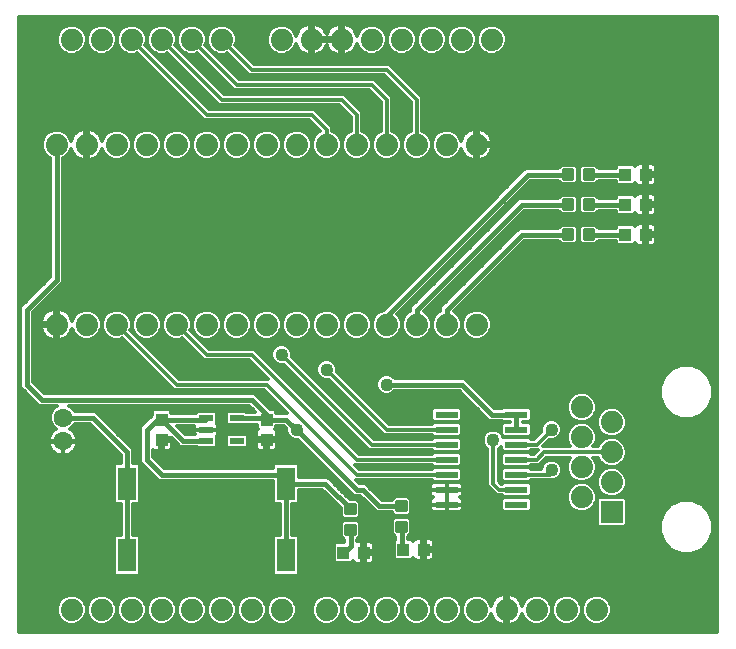
<source format=gtl>
G75*
%MOIN*%
%OFA0B0*%
%FSLAX25Y25*%
%IPPOS*%
%LPD*%
%AMOC8*
5,1,8,0,0,1.08239X$1,22.5*
%
%ADD10R,0.03937X0.04331*%
%ADD11C,0.07400*%
%ADD12R,0.07400X0.07400*%
%ADD13R,0.04724X0.02165*%
%ADD14C,0.06299*%
%ADD15R,0.07799X0.02098*%
%ADD16R,0.06200X0.11100*%
%ADD17C,0.01181*%
%ADD18C,0.01200*%
%ADD19C,0.01600*%
%ADD20C,0.04362*%
D10*
X0075000Y0101654D03*
X0075000Y0108346D03*
X0110000Y0108346D03*
X0110000Y0101654D03*
X0155654Y0065000D03*
X0162346Y0065000D03*
X0142346Y0064000D03*
X0135654Y0064000D03*
X0229654Y0170000D03*
X0236346Y0170000D03*
X0236346Y0180000D03*
X0229654Y0180000D03*
X0229654Y0190000D03*
X0236346Y0190000D03*
D11*
X0180000Y0200000D03*
X0170000Y0200000D03*
X0160000Y0200000D03*
X0150000Y0200000D03*
X0140000Y0200000D03*
X0130000Y0200000D03*
X0120000Y0200000D03*
X0110000Y0200000D03*
X0100000Y0200000D03*
X0090000Y0200000D03*
X0080000Y0200000D03*
X0070000Y0200000D03*
X0060000Y0200000D03*
X0050000Y0200000D03*
X0040000Y0200000D03*
X0045000Y0235000D03*
X0055000Y0235000D03*
X0065000Y0235000D03*
X0075000Y0235000D03*
X0085000Y0235000D03*
X0095000Y0235000D03*
X0115000Y0235000D03*
X0125000Y0235000D03*
X0135000Y0235000D03*
X0145000Y0235000D03*
X0155000Y0235000D03*
X0165000Y0235000D03*
X0175000Y0235000D03*
X0185000Y0235000D03*
X0180000Y0140000D03*
X0170000Y0140000D03*
X0160000Y0140000D03*
X0150000Y0140000D03*
X0140000Y0140000D03*
X0130000Y0140000D03*
X0120000Y0140000D03*
X0110000Y0140000D03*
X0100000Y0140000D03*
X0090000Y0140000D03*
X0080000Y0140000D03*
X0070000Y0140000D03*
X0060000Y0140000D03*
X0050000Y0140000D03*
X0040000Y0140000D03*
X0045000Y0045000D03*
X0055000Y0045000D03*
X0065000Y0045000D03*
X0075000Y0045000D03*
X0085000Y0045000D03*
X0095000Y0045000D03*
X0105000Y0045000D03*
X0115000Y0045000D03*
X0130000Y0045000D03*
X0140000Y0045000D03*
X0150000Y0045000D03*
X0160000Y0045000D03*
X0170000Y0045000D03*
X0180000Y0045000D03*
X0190000Y0045000D03*
X0200000Y0045000D03*
X0210000Y0045000D03*
X0220000Y0045000D03*
X0215000Y0082500D03*
X0225000Y0087500D03*
X0215000Y0092500D03*
X0225000Y0097500D03*
X0215000Y0102500D03*
X0225000Y0107500D03*
X0215000Y0112500D03*
D12*
X0225000Y0077500D03*
D13*
X0100119Y0101260D03*
X0100119Y0108740D03*
X0089881Y0108740D03*
X0089881Y0105000D03*
X0089881Y0101260D03*
D14*
X0042165Y0101063D03*
X0042165Y0108937D03*
D15*
X0170000Y0110000D03*
X0170000Y0105000D03*
X0170000Y0100000D03*
X0170000Y0095000D03*
X0170000Y0090000D03*
X0170000Y0085000D03*
X0170000Y0080000D03*
X0193301Y0080000D03*
X0193301Y0085000D03*
X0193301Y0090000D03*
X0193301Y0095000D03*
X0193301Y0100000D03*
X0193301Y0105000D03*
X0193301Y0110000D03*
D16*
X0116500Y0086950D03*
X0116500Y0063050D03*
X0063500Y0063050D03*
X0063500Y0086950D03*
D17*
X0136622Y0079831D02*
X0139378Y0079831D01*
X0139378Y0077075D01*
X0136622Y0077075D01*
X0136622Y0079831D01*
X0136622Y0078255D02*
X0139378Y0078255D01*
X0139378Y0079435D02*
X0136622Y0079435D01*
X0136622Y0072925D02*
X0139378Y0072925D01*
X0139378Y0070169D01*
X0136622Y0070169D01*
X0136622Y0072925D01*
X0136622Y0071349D02*
X0139378Y0071349D01*
X0139378Y0072529D02*
X0136622Y0072529D01*
X0153622Y0073925D02*
X0156378Y0073925D01*
X0156378Y0071169D01*
X0153622Y0071169D01*
X0153622Y0073925D01*
X0153622Y0072349D02*
X0156378Y0072349D01*
X0156378Y0073529D02*
X0153622Y0073529D01*
X0153622Y0080831D02*
X0156378Y0080831D01*
X0156378Y0078075D01*
X0153622Y0078075D01*
X0153622Y0080831D01*
X0153622Y0079255D02*
X0156378Y0079255D01*
X0156378Y0080435D02*
X0153622Y0080435D01*
X0209169Y0168622D02*
X0209169Y0171378D01*
X0211925Y0171378D01*
X0211925Y0168622D01*
X0209169Y0168622D01*
X0209169Y0169802D02*
X0211925Y0169802D01*
X0211925Y0170982D02*
X0209169Y0170982D01*
X0216075Y0171378D02*
X0216075Y0168622D01*
X0216075Y0171378D02*
X0218831Y0171378D01*
X0218831Y0168622D01*
X0216075Y0168622D01*
X0216075Y0169802D02*
X0218831Y0169802D01*
X0218831Y0170982D02*
X0216075Y0170982D01*
X0216075Y0178622D02*
X0216075Y0181378D01*
X0218831Y0181378D01*
X0218831Y0178622D01*
X0216075Y0178622D01*
X0216075Y0179802D02*
X0218831Y0179802D01*
X0218831Y0180982D02*
X0216075Y0180982D01*
X0209169Y0181378D02*
X0209169Y0178622D01*
X0209169Y0181378D02*
X0211925Y0181378D01*
X0211925Y0178622D01*
X0209169Y0178622D01*
X0209169Y0179802D02*
X0211925Y0179802D01*
X0211925Y0180982D02*
X0209169Y0180982D01*
X0209169Y0188622D02*
X0209169Y0191378D01*
X0211925Y0191378D01*
X0211925Y0188622D01*
X0209169Y0188622D01*
X0209169Y0189802D02*
X0211925Y0189802D01*
X0211925Y0190982D02*
X0209169Y0190982D01*
X0216075Y0191378D02*
X0216075Y0188622D01*
X0216075Y0191378D02*
X0218831Y0191378D01*
X0218831Y0188622D01*
X0216075Y0188622D01*
X0216075Y0189802D02*
X0218831Y0189802D01*
X0218831Y0190982D02*
X0216075Y0190982D01*
D18*
X0027600Y0242400D02*
X0027600Y0037600D01*
X0260000Y0037600D01*
X0260000Y0242400D01*
X0027600Y0242400D01*
X0027600Y0242342D02*
X0260000Y0242342D01*
X0260000Y0241144D02*
X0027600Y0241144D01*
X0027600Y0239945D02*
X0043874Y0239945D01*
X0044005Y0240000D02*
X0042168Y0239239D01*
X0040761Y0237832D01*
X0040000Y0235995D01*
X0040000Y0234005D01*
X0040761Y0232168D01*
X0042168Y0230761D01*
X0044005Y0230000D01*
X0045995Y0230000D01*
X0047832Y0230761D01*
X0049239Y0232168D01*
X0050000Y0234005D01*
X0050761Y0232168D01*
X0052168Y0230761D01*
X0054005Y0230000D01*
X0055995Y0230000D01*
X0057832Y0230761D01*
X0059239Y0232168D01*
X0060000Y0234005D01*
X0060761Y0232168D01*
X0062168Y0230761D01*
X0064005Y0230000D01*
X0065995Y0230000D01*
X0066927Y0230386D01*
X0089213Y0208100D01*
X0124213Y0208100D01*
X0127809Y0204504D01*
X0127168Y0204239D01*
X0125761Y0202832D01*
X0125000Y0200995D01*
X0124239Y0202832D01*
X0122832Y0204239D01*
X0120995Y0205000D01*
X0119005Y0205000D01*
X0117168Y0204239D01*
X0115761Y0202832D01*
X0115000Y0200995D01*
X0114239Y0202832D01*
X0112832Y0204239D01*
X0110995Y0205000D01*
X0109005Y0205000D01*
X0107168Y0204239D01*
X0105761Y0202832D01*
X0105000Y0200995D01*
X0104239Y0202832D01*
X0102832Y0204239D01*
X0100995Y0205000D01*
X0099005Y0205000D01*
X0097168Y0204239D01*
X0095761Y0202832D01*
X0095000Y0200995D01*
X0094239Y0202832D01*
X0092832Y0204239D01*
X0090995Y0205000D01*
X0089005Y0205000D01*
X0087168Y0204239D01*
X0085761Y0202832D01*
X0085000Y0200995D01*
X0084239Y0202832D01*
X0082832Y0204239D01*
X0080995Y0205000D01*
X0079005Y0205000D01*
X0077168Y0204239D01*
X0075761Y0202832D01*
X0075000Y0200995D01*
X0074239Y0202832D01*
X0072832Y0204239D01*
X0070995Y0205000D01*
X0069005Y0205000D01*
X0067168Y0204239D01*
X0065761Y0202832D01*
X0065000Y0200995D01*
X0065000Y0199005D01*
X0065761Y0197168D01*
X0067168Y0195761D01*
X0069005Y0195000D01*
X0070995Y0195000D01*
X0072832Y0195761D01*
X0074239Y0197168D01*
X0075000Y0199005D01*
X0075000Y0200995D01*
X0075000Y0199005D01*
X0075761Y0197168D01*
X0077168Y0195761D01*
X0079005Y0195000D01*
X0080995Y0195000D01*
X0082832Y0195761D01*
X0084239Y0197168D01*
X0085000Y0199005D01*
X0085000Y0200995D01*
X0085000Y0199005D01*
X0085761Y0197168D01*
X0087168Y0195761D01*
X0089005Y0195000D01*
X0090995Y0195000D01*
X0092832Y0195761D01*
X0094239Y0197168D01*
X0095000Y0199005D01*
X0095000Y0200995D01*
X0095000Y0199005D01*
X0095761Y0197168D01*
X0097168Y0195761D01*
X0099005Y0195000D01*
X0100995Y0195000D01*
X0102832Y0195761D01*
X0104239Y0197168D01*
X0105000Y0199005D01*
X0105000Y0200995D01*
X0105000Y0199005D01*
X0105761Y0197168D01*
X0107168Y0195761D01*
X0109005Y0195000D01*
X0110995Y0195000D01*
X0112832Y0195761D01*
X0114239Y0197168D01*
X0115000Y0199005D01*
X0115000Y0200995D01*
X0115000Y0199005D01*
X0115761Y0197168D01*
X0117168Y0195761D01*
X0119005Y0195000D01*
X0120995Y0195000D01*
X0122832Y0195761D01*
X0124239Y0197168D01*
X0125000Y0199005D01*
X0125000Y0200995D01*
X0125000Y0199005D01*
X0125761Y0197168D01*
X0127168Y0195761D01*
X0129005Y0195000D01*
X0130995Y0195000D01*
X0132832Y0195761D01*
X0134239Y0197168D01*
X0135000Y0199005D01*
X0135000Y0200995D01*
X0134239Y0202832D01*
X0132832Y0204239D01*
X0131900Y0204625D01*
X0131900Y0205787D01*
X0126900Y0210787D01*
X0125787Y0211900D01*
X0090787Y0211900D01*
X0069614Y0233073D01*
X0070000Y0234005D01*
X0070000Y0235995D01*
X0069239Y0237832D01*
X0067832Y0239239D01*
X0065995Y0240000D01*
X0064005Y0240000D01*
X0062168Y0239239D01*
X0060761Y0237832D01*
X0060000Y0235995D01*
X0060000Y0234005D01*
X0060000Y0235995D01*
X0059239Y0237832D01*
X0057832Y0239239D01*
X0055995Y0240000D01*
X0054005Y0240000D01*
X0052168Y0239239D01*
X0050761Y0237832D01*
X0050000Y0235995D01*
X0050000Y0234005D01*
X0050000Y0235995D01*
X0049239Y0237832D01*
X0047832Y0239239D01*
X0045995Y0240000D01*
X0044005Y0240000D01*
X0046126Y0239945D02*
X0053874Y0239945D01*
X0056126Y0239945D02*
X0063874Y0239945D01*
X0066126Y0239945D02*
X0073874Y0239945D01*
X0074005Y0240000D02*
X0072168Y0239239D01*
X0070761Y0237832D01*
X0070000Y0235995D01*
X0070000Y0234005D01*
X0070761Y0232168D01*
X0072168Y0230761D01*
X0074005Y0230000D01*
X0075995Y0230000D01*
X0076927Y0230386D01*
X0094213Y0213100D01*
X0134213Y0213100D01*
X0138100Y0209213D01*
X0138100Y0204625D01*
X0137168Y0204239D01*
X0135761Y0202832D01*
X0135000Y0200995D01*
X0135000Y0199005D01*
X0135761Y0197168D01*
X0137168Y0195761D01*
X0139005Y0195000D01*
X0140995Y0195000D01*
X0142832Y0195761D01*
X0144239Y0197168D01*
X0145000Y0199005D01*
X0145000Y0200995D01*
X0144239Y0202832D01*
X0142832Y0204239D01*
X0141900Y0204625D01*
X0141900Y0210787D01*
X0136900Y0215787D01*
X0135787Y0216900D01*
X0095787Y0216900D01*
X0079614Y0233073D01*
X0080000Y0234005D01*
X0080000Y0235995D01*
X0079239Y0237832D01*
X0077832Y0239239D01*
X0075995Y0240000D01*
X0074005Y0240000D01*
X0076126Y0239945D02*
X0083874Y0239945D01*
X0084005Y0240000D02*
X0082168Y0239239D01*
X0080761Y0237832D01*
X0080000Y0235995D01*
X0080000Y0234005D01*
X0080761Y0232168D01*
X0082168Y0230761D01*
X0084005Y0230000D01*
X0085995Y0230000D01*
X0086927Y0230386D01*
X0099213Y0218100D01*
X0144213Y0218100D01*
X0148100Y0214213D01*
X0148100Y0204625D01*
X0147168Y0204239D01*
X0145761Y0202832D01*
X0145000Y0200995D01*
X0145000Y0199005D01*
X0145761Y0197168D01*
X0147168Y0195761D01*
X0149005Y0195000D01*
X0150995Y0195000D01*
X0152832Y0195761D01*
X0154239Y0197168D01*
X0155000Y0199005D01*
X0155000Y0200995D01*
X0154239Y0202832D01*
X0152832Y0204239D01*
X0151900Y0204625D01*
X0151900Y0215787D01*
X0146900Y0220787D01*
X0145787Y0221900D01*
X0100787Y0221900D01*
X0089614Y0233073D01*
X0090000Y0234005D01*
X0090000Y0235995D01*
X0089239Y0237832D01*
X0087832Y0239239D01*
X0085995Y0240000D01*
X0084005Y0240000D01*
X0086126Y0239945D02*
X0093874Y0239945D01*
X0094005Y0240000D02*
X0092168Y0239239D01*
X0090761Y0237832D01*
X0090000Y0235995D01*
X0090000Y0234005D01*
X0090761Y0232168D01*
X0092168Y0230761D01*
X0094005Y0230000D01*
X0095995Y0230000D01*
X0096927Y0230386D01*
X0104213Y0223100D01*
X0149213Y0223100D01*
X0158100Y0214213D01*
X0158100Y0204625D01*
X0157168Y0204239D01*
X0155761Y0202832D01*
X0155000Y0200995D01*
X0155000Y0199005D01*
X0155761Y0197168D01*
X0157168Y0195761D01*
X0159005Y0195000D01*
X0160995Y0195000D01*
X0162832Y0195761D01*
X0164239Y0197168D01*
X0165000Y0199005D01*
X0165000Y0200995D01*
X0164239Y0202832D01*
X0162832Y0204239D01*
X0161900Y0204625D01*
X0161900Y0215787D01*
X0160787Y0216900D01*
X0151900Y0225787D01*
X0150787Y0226900D01*
X0105787Y0226900D01*
X0099614Y0233073D01*
X0100000Y0234005D01*
X0100000Y0235995D01*
X0099239Y0237832D01*
X0097832Y0239239D01*
X0095995Y0240000D01*
X0094005Y0240000D01*
X0096126Y0239945D02*
X0113874Y0239945D01*
X0114005Y0240000D02*
X0112168Y0239239D01*
X0110761Y0237832D01*
X0110000Y0235995D01*
X0110000Y0234005D01*
X0110761Y0232168D01*
X0112168Y0230761D01*
X0114005Y0230000D01*
X0115995Y0230000D01*
X0117832Y0230761D01*
X0119239Y0232168D01*
X0119860Y0233668D01*
X0120088Y0232966D01*
X0120467Y0232222D01*
X0120957Y0231547D01*
X0121547Y0230957D01*
X0122222Y0230467D01*
X0122966Y0230088D01*
X0123759Y0229830D01*
X0124583Y0229700D01*
X0124600Y0229700D01*
X0124600Y0234600D01*
X0125400Y0234600D01*
X0125400Y0235400D01*
X0124600Y0235400D01*
X0124600Y0240300D01*
X0124583Y0240300D01*
X0123759Y0240169D01*
X0122966Y0239912D01*
X0122222Y0239533D01*
X0121547Y0239043D01*
X0120957Y0238453D01*
X0120467Y0237778D01*
X0120088Y0237034D01*
X0119860Y0236332D01*
X0119239Y0237832D01*
X0117832Y0239239D01*
X0115995Y0240000D01*
X0114005Y0240000D01*
X0116126Y0239945D02*
X0123069Y0239945D01*
X0124600Y0239945D02*
X0125400Y0239945D01*
X0125400Y0240300D02*
X0125400Y0235400D01*
X0130300Y0235400D01*
X0134600Y0235400D01*
X0134600Y0240300D01*
X0134583Y0240300D01*
X0133759Y0240169D01*
X0132966Y0239912D01*
X0132222Y0239533D01*
X0131547Y0239043D01*
X0130957Y0238453D01*
X0130467Y0237778D01*
X0130088Y0237034D01*
X0130000Y0236763D01*
X0129912Y0237034D01*
X0129533Y0237778D01*
X0129043Y0238453D01*
X0128453Y0239043D01*
X0127778Y0239533D01*
X0127034Y0239912D01*
X0126241Y0240169D01*
X0125417Y0240300D01*
X0125400Y0240300D01*
X0125400Y0238747D02*
X0124600Y0238747D01*
X0124600Y0237548D02*
X0125400Y0237548D01*
X0125400Y0236350D02*
X0124600Y0236350D01*
X0125400Y0235151D02*
X0134600Y0235151D01*
X0134600Y0235400D02*
X0134600Y0234600D01*
X0135400Y0234600D01*
X0135400Y0229700D01*
X0135417Y0229700D01*
X0136241Y0229830D01*
X0137034Y0230088D01*
X0137778Y0230467D01*
X0138453Y0230957D01*
X0139043Y0231547D01*
X0139533Y0232222D01*
X0139912Y0232966D01*
X0140140Y0233668D01*
X0140761Y0232168D01*
X0142168Y0230761D01*
X0144005Y0230000D01*
X0145995Y0230000D01*
X0147832Y0230761D01*
X0149239Y0232168D01*
X0150000Y0234005D01*
X0150761Y0232168D01*
X0152168Y0230761D01*
X0154005Y0230000D01*
X0155995Y0230000D01*
X0157832Y0230761D01*
X0159239Y0232168D01*
X0160000Y0234005D01*
X0160000Y0235995D01*
X0159239Y0237832D01*
X0157832Y0239239D01*
X0155995Y0240000D01*
X0154005Y0240000D01*
X0152168Y0239239D01*
X0150761Y0237832D01*
X0150000Y0235995D01*
X0150000Y0234005D01*
X0150000Y0235995D01*
X0149239Y0237832D01*
X0147832Y0239239D01*
X0145995Y0240000D01*
X0144005Y0240000D01*
X0142168Y0239239D01*
X0140761Y0237832D01*
X0140140Y0236332D01*
X0139912Y0237034D01*
X0139533Y0237778D01*
X0139043Y0238453D01*
X0138453Y0239043D01*
X0137778Y0239533D01*
X0137034Y0239912D01*
X0136241Y0240169D01*
X0135417Y0240300D01*
X0135400Y0240300D01*
X0135400Y0235400D01*
X0134600Y0235400D01*
X0134600Y0234600D02*
X0125400Y0234600D01*
X0125400Y0229700D01*
X0125417Y0229700D01*
X0126241Y0229830D01*
X0127034Y0230088D01*
X0127778Y0230467D01*
X0128453Y0230957D01*
X0129043Y0231547D01*
X0129533Y0232222D01*
X0129912Y0232966D01*
X0130000Y0233237D01*
X0130088Y0232966D01*
X0130467Y0232222D01*
X0130957Y0231547D01*
X0131547Y0230957D01*
X0132222Y0230467D01*
X0132966Y0230088D01*
X0133759Y0229830D01*
X0134583Y0229700D01*
X0134600Y0229700D01*
X0134600Y0234600D01*
X0134600Y0233953D02*
X0135400Y0233953D01*
X0135400Y0232754D02*
X0134600Y0232754D01*
X0134600Y0231556D02*
X0135400Y0231556D01*
X0135400Y0230357D02*
X0134600Y0230357D01*
X0132437Y0230357D02*
X0127563Y0230357D01*
X0129049Y0231556D02*
X0130951Y0231556D01*
X0130196Y0232754D02*
X0129804Y0232754D01*
X0134600Y0236350D02*
X0135400Y0236350D01*
X0135400Y0237548D02*
X0134600Y0237548D01*
X0134600Y0238747D02*
X0135400Y0238747D01*
X0135400Y0239945D02*
X0134600Y0239945D01*
X0133069Y0239945D02*
X0126931Y0239945D01*
X0128748Y0238747D02*
X0131252Y0238747D01*
X0130350Y0237548D02*
X0129650Y0237548D01*
X0125400Y0233953D02*
X0124600Y0233953D01*
X0124600Y0232754D02*
X0125400Y0232754D01*
X0125400Y0231556D02*
X0124600Y0231556D01*
X0124600Y0230357D02*
X0125400Y0230357D01*
X0122437Y0230357D02*
X0116857Y0230357D01*
X0118627Y0231556D02*
X0120951Y0231556D01*
X0120196Y0232754D02*
X0119482Y0232754D01*
X0119853Y0236350D02*
X0119866Y0236350D01*
X0120350Y0237548D02*
X0119356Y0237548D01*
X0118324Y0238747D02*
X0121252Y0238747D01*
X0111676Y0238747D02*
X0098324Y0238747D01*
X0099356Y0237548D02*
X0110644Y0237548D01*
X0110147Y0236350D02*
X0099853Y0236350D01*
X0100000Y0235151D02*
X0110000Y0235151D01*
X0110022Y0233953D02*
X0099978Y0233953D01*
X0099933Y0232754D02*
X0110518Y0232754D01*
X0111373Y0231556D02*
X0101131Y0231556D01*
X0102330Y0230357D02*
X0113143Y0230357D01*
X0104727Y0227960D02*
X0260000Y0227960D01*
X0260000Y0226762D02*
X0150925Y0226762D01*
X0151900Y0225787D02*
X0151900Y0225787D01*
X0152124Y0225563D02*
X0260000Y0225563D01*
X0260000Y0224365D02*
X0153322Y0224365D01*
X0154521Y0223166D02*
X0260000Y0223166D01*
X0260000Y0221968D02*
X0155719Y0221968D01*
X0156918Y0220769D02*
X0260000Y0220769D01*
X0260000Y0219571D02*
X0158116Y0219571D01*
X0159315Y0218372D02*
X0260000Y0218372D01*
X0260000Y0217174D02*
X0160513Y0217174D01*
X0160787Y0216900D02*
X0160787Y0216900D01*
X0161712Y0215975D02*
X0260000Y0215975D01*
X0260000Y0214777D02*
X0161900Y0214777D01*
X0161900Y0213578D02*
X0260000Y0213578D01*
X0260000Y0212380D02*
X0161900Y0212380D01*
X0161900Y0211181D02*
X0260000Y0211181D01*
X0260000Y0209983D02*
X0161900Y0209983D01*
X0161900Y0208784D02*
X0260000Y0208784D01*
X0260000Y0207586D02*
X0161900Y0207586D01*
X0161900Y0206387D02*
X0260000Y0206387D01*
X0260000Y0205189D02*
X0181120Y0205189D01*
X0181241Y0205169D02*
X0180417Y0205300D01*
X0180400Y0205300D01*
X0180400Y0200400D01*
X0179600Y0200400D01*
X0179600Y0205300D01*
X0179583Y0205300D01*
X0178759Y0205169D01*
X0177966Y0204912D01*
X0177222Y0204533D01*
X0176547Y0204043D01*
X0175957Y0203453D01*
X0175467Y0202778D01*
X0175088Y0202034D01*
X0174860Y0201332D01*
X0174239Y0202832D01*
X0172832Y0204239D01*
X0170995Y0205000D01*
X0169005Y0205000D01*
X0167168Y0204239D01*
X0165761Y0202832D01*
X0165000Y0200995D01*
X0165000Y0199005D01*
X0165761Y0197168D01*
X0167168Y0195761D01*
X0169005Y0195000D01*
X0170995Y0195000D01*
X0172832Y0195761D01*
X0174239Y0197168D01*
X0174860Y0198668D01*
X0175088Y0197966D01*
X0175467Y0197222D01*
X0175957Y0196547D01*
X0176547Y0195957D01*
X0177222Y0195467D01*
X0177966Y0195088D01*
X0178759Y0194830D01*
X0179583Y0194700D01*
X0179600Y0194700D01*
X0179600Y0199600D01*
X0180400Y0199600D01*
X0180400Y0200400D01*
X0185300Y0200400D01*
X0185300Y0200417D01*
X0185169Y0201241D01*
X0184912Y0202034D01*
X0184533Y0202778D01*
X0184043Y0203453D01*
X0183453Y0204043D01*
X0182778Y0204533D01*
X0182034Y0204912D01*
X0181241Y0205169D01*
X0180400Y0205189D02*
X0179600Y0205189D01*
X0178880Y0205189D02*
X0161900Y0205189D01*
X0163081Y0203990D02*
X0166919Y0203990D01*
X0165744Y0202792D02*
X0164256Y0202792D01*
X0164752Y0201593D02*
X0165248Y0201593D01*
X0165000Y0200395D02*
X0165000Y0200395D01*
X0165000Y0199196D02*
X0165000Y0199196D01*
X0164583Y0197998D02*
X0165417Y0197998D01*
X0166130Y0196799D02*
X0163870Y0196799D01*
X0162444Y0195601D02*
X0167556Y0195601D01*
X0172444Y0195601D02*
X0177038Y0195601D01*
X0175774Y0196799D02*
X0173870Y0196799D01*
X0174583Y0197998D02*
X0175078Y0197998D01*
X0174945Y0201593D02*
X0174752Y0201593D01*
X0174256Y0202792D02*
X0175477Y0202792D01*
X0176495Y0203990D02*
X0173081Y0203990D01*
X0179600Y0203990D02*
X0180400Y0203990D01*
X0180400Y0202792D02*
X0179600Y0202792D01*
X0179600Y0201593D02*
X0180400Y0201593D01*
X0180400Y0200395D02*
X0260000Y0200395D01*
X0260000Y0201593D02*
X0185055Y0201593D01*
X0184523Y0202792D02*
X0260000Y0202792D01*
X0260000Y0203990D02*
X0183505Y0203990D01*
X0185300Y0199600D02*
X0180400Y0199600D01*
X0180400Y0194700D01*
X0180417Y0194700D01*
X0181241Y0194830D01*
X0182034Y0195088D01*
X0182778Y0195467D01*
X0183453Y0195957D01*
X0184043Y0196547D01*
X0184533Y0197222D01*
X0184912Y0197966D01*
X0185169Y0198759D01*
X0185300Y0199583D01*
X0185300Y0199600D01*
X0185239Y0199196D02*
X0260000Y0199196D01*
X0260000Y0197998D02*
X0184922Y0197998D01*
X0184226Y0196799D02*
X0260000Y0196799D01*
X0260000Y0195601D02*
X0182962Y0195601D01*
X0180400Y0195601D02*
X0179600Y0195601D01*
X0179600Y0196799D02*
X0180400Y0196799D01*
X0180400Y0197998D02*
X0179600Y0197998D01*
X0179600Y0199196D02*
X0180400Y0199196D01*
X0192440Y0188409D02*
X0042100Y0188409D01*
X0042100Y0187211D02*
X0191241Y0187211D01*
X0190043Y0186012D02*
X0042100Y0186012D01*
X0042100Y0184814D02*
X0188844Y0184814D01*
X0187646Y0183615D02*
X0042100Y0183615D01*
X0042100Y0182417D02*
X0186447Y0182417D01*
X0185249Y0181218D02*
X0042100Y0181218D01*
X0042100Y0180020D02*
X0184050Y0180020D01*
X0182852Y0178821D02*
X0042100Y0178821D01*
X0042100Y0177623D02*
X0181653Y0177623D01*
X0180454Y0176424D02*
X0042100Y0176424D01*
X0042100Y0175226D02*
X0179256Y0175226D01*
X0178057Y0174027D02*
X0042100Y0174027D01*
X0042100Y0172829D02*
X0176859Y0172829D01*
X0175660Y0171630D02*
X0042100Y0171630D01*
X0042100Y0170432D02*
X0174462Y0170432D01*
X0173263Y0169233D02*
X0042100Y0169233D01*
X0042100Y0168035D02*
X0172065Y0168035D01*
X0170866Y0166836D02*
X0042100Y0166836D01*
X0042100Y0165638D02*
X0169668Y0165638D01*
X0168469Y0164439D02*
X0042100Y0164439D01*
X0042100Y0163241D02*
X0167271Y0163241D01*
X0166072Y0162042D02*
X0042100Y0162042D01*
X0042100Y0160844D02*
X0164874Y0160844D01*
X0163675Y0159645D02*
X0042100Y0159645D01*
X0042100Y0158447D02*
X0162477Y0158447D01*
X0161278Y0157248D02*
X0042100Y0157248D01*
X0042100Y0156050D02*
X0160080Y0156050D01*
X0158881Y0154851D02*
X0042100Y0154851D01*
X0042100Y0154130D02*
X0042100Y0195458D01*
X0042832Y0195761D01*
X0044239Y0197168D01*
X0044860Y0198668D01*
X0045088Y0197966D01*
X0045467Y0197222D01*
X0045957Y0196547D01*
X0046547Y0195957D01*
X0047222Y0195467D01*
X0047966Y0195088D01*
X0048759Y0194830D01*
X0049583Y0194700D01*
X0049600Y0194700D01*
X0049600Y0199600D01*
X0050400Y0199600D01*
X0050400Y0194700D01*
X0050417Y0194700D01*
X0051241Y0194830D01*
X0052034Y0195088D01*
X0052778Y0195467D01*
X0053453Y0195957D01*
X0054043Y0196547D01*
X0054533Y0197222D01*
X0054912Y0197966D01*
X0055140Y0198668D01*
X0055761Y0197168D01*
X0057168Y0195761D01*
X0059005Y0195000D01*
X0060995Y0195000D01*
X0062832Y0195761D01*
X0064239Y0197168D01*
X0065000Y0199005D01*
X0065000Y0200995D01*
X0064239Y0202832D01*
X0062832Y0204239D01*
X0060995Y0205000D01*
X0059005Y0205000D01*
X0057168Y0204239D01*
X0055761Y0202832D01*
X0055140Y0201332D01*
X0054912Y0202034D01*
X0054533Y0202778D01*
X0054043Y0203453D01*
X0053453Y0204043D01*
X0052778Y0204533D01*
X0052034Y0204912D01*
X0051241Y0205169D01*
X0050417Y0205300D01*
X0050400Y0205300D01*
X0050400Y0200400D01*
X0049600Y0200400D01*
X0049600Y0205300D01*
X0049583Y0205300D01*
X0048759Y0205169D01*
X0047966Y0204912D01*
X0047222Y0204533D01*
X0046547Y0204043D01*
X0045957Y0203453D01*
X0045467Y0202778D01*
X0045088Y0202034D01*
X0044860Y0201332D01*
X0044239Y0202832D01*
X0042832Y0204239D01*
X0040995Y0205000D01*
X0039005Y0205000D01*
X0037168Y0204239D01*
X0035761Y0202832D01*
X0035000Y0200995D01*
X0035000Y0199005D01*
X0035761Y0197168D01*
X0037168Y0195761D01*
X0037900Y0195458D01*
X0037900Y0155870D01*
X0029130Y0147100D01*
X0027900Y0145870D01*
X0027900Y0119130D01*
X0034130Y0112900D01*
X0040106Y0112900D01*
X0039645Y0112709D01*
X0038393Y0111458D01*
X0037716Y0109822D01*
X0037716Y0108052D01*
X0038393Y0106416D01*
X0039645Y0105165D01*
X0039705Y0105140D01*
X0039676Y0105125D01*
X0039071Y0104686D01*
X0038543Y0104157D01*
X0038103Y0103552D01*
X0037764Y0102886D01*
X0037533Y0102175D01*
X0037416Y0101437D01*
X0037416Y0101152D01*
X0042076Y0101152D01*
X0042076Y0100974D01*
X0037416Y0100974D01*
X0037416Y0100689D01*
X0037533Y0099951D01*
X0037764Y0099240D01*
X0038103Y0098574D01*
X0038543Y0097969D01*
X0039071Y0097440D01*
X0039676Y0097001D01*
X0040342Y0096661D01*
X0041053Y0096430D01*
X0041792Y0096313D01*
X0042076Y0096313D01*
X0042076Y0100974D01*
X0042254Y0100974D01*
X0042254Y0096313D01*
X0042539Y0096313D01*
X0043278Y0096430D01*
X0043989Y0096661D01*
X0044655Y0097001D01*
X0045260Y0097440D01*
X0045788Y0097969D01*
X0046228Y0098574D01*
X0046567Y0099240D01*
X0046798Y0099951D01*
X0046915Y0100689D01*
X0046915Y0100974D01*
X0042254Y0100974D01*
X0042254Y0101152D01*
X0046915Y0101152D01*
X0046915Y0101437D01*
X0046798Y0102175D01*
X0046567Y0102886D01*
X0046228Y0103552D01*
X0045788Y0104157D01*
X0045260Y0104686D01*
X0044655Y0105125D01*
X0044626Y0105140D01*
X0044686Y0105165D01*
X0045938Y0106416D01*
X0046138Y0106900D01*
X0051130Y0106900D01*
X0061400Y0096630D01*
X0061400Y0093800D01*
X0059862Y0093800D01*
X0059100Y0093038D01*
X0059100Y0080862D01*
X0059862Y0080100D01*
X0061400Y0080100D01*
X0061400Y0069900D01*
X0059862Y0069900D01*
X0059100Y0069138D01*
X0059100Y0056962D01*
X0059862Y0056200D01*
X0067138Y0056200D01*
X0067900Y0056962D01*
X0067900Y0069138D01*
X0067138Y0069900D01*
X0065600Y0069900D01*
X0065600Y0080100D01*
X0067138Y0080100D01*
X0067900Y0080862D01*
X0067900Y0093038D01*
X0067138Y0093800D01*
X0065600Y0093800D01*
X0065600Y0098370D01*
X0054100Y0109870D01*
X0052870Y0111100D01*
X0046086Y0111100D01*
X0045938Y0111458D01*
X0044686Y0112709D01*
X0044225Y0112900D01*
X0104130Y0112900D01*
X0106190Y0110840D01*
X0103302Y0110840D01*
X0103019Y0111123D01*
X0097218Y0111123D01*
X0096456Y0110361D01*
X0096456Y0107119D01*
X0097218Y0106357D01*
X0103019Y0106357D01*
X0103302Y0106640D01*
X0106731Y0106640D01*
X0106731Y0105643D01*
X0107192Y0105182D01*
X0107049Y0105099D01*
X0106751Y0104801D01*
X0106541Y0104436D01*
X0106431Y0104030D01*
X0106431Y0102038D01*
X0109616Y0102038D01*
X0109616Y0101269D01*
X0110384Y0101269D01*
X0110384Y0097888D01*
X0112179Y0097888D01*
X0112586Y0097997D01*
X0112951Y0098208D01*
X0113249Y0098506D01*
X0113459Y0098871D01*
X0113568Y0099278D01*
X0113568Y0101269D01*
X0110384Y0101269D01*
X0110384Y0102038D01*
X0113568Y0102038D01*
X0113568Y0104030D01*
X0113459Y0104436D01*
X0113249Y0104801D01*
X0112951Y0105099D01*
X0112808Y0105182D01*
X0113268Y0105643D01*
X0113268Y0106246D01*
X0115784Y0106246D01*
X0116519Y0105511D01*
X0116519Y0104308D01*
X0117049Y0103028D01*
X0118028Y0102049D01*
X0119308Y0101519D01*
X0120511Y0101519D01*
X0139130Y0082900D01*
X0141130Y0082900D01*
X0146677Y0077353D01*
X0151731Y0077353D01*
X0151731Y0077292D01*
X0152839Y0076184D01*
X0157161Y0076184D01*
X0158268Y0077292D01*
X0158268Y0081614D01*
X0157161Y0082721D01*
X0152839Y0082721D01*
X0151731Y0081614D01*
X0151731Y0081553D01*
X0148417Y0081553D01*
X0144100Y0085870D01*
X0142870Y0087100D01*
X0140870Y0087100D01*
X0139870Y0088100D01*
X0165113Y0088100D01*
X0165562Y0087651D01*
X0174438Y0087651D01*
X0175200Y0088412D01*
X0175200Y0091588D01*
X0174438Y0092349D01*
X0165562Y0092349D01*
X0165113Y0091900D01*
X0140787Y0091900D01*
X0139587Y0093100D01*
X0165113Y0093100D01*
X0165562Y0092651D01*
X0174438Y0092651D01*
X0175200Y0093412D01*
X0175200Y0096588D01*
X0174438Y0097349D01*
X0165562Y0097349D01*
X0165113Y0096900D01*
X0140787Y0096900D01*
X0106900Y0130787D01*
X0105787Y0131900D01*
X0090787Y0131900D01*
X0084614Y0138073D01*
X0085000Y0139005D01*
X0085761Y0137168D01*
X0087168Y0135761D01*
X0089005Y0135000D01*
X0090995Y0135000D01*
X0092832Y0135761D01*
X0094239Y0137168D01*
X0095000Y0139005D01*
X0095761Y0137168D01*
X0097168Y0135761D01*
X0099005Y0135000D01*
X0100995Y0135000D01*
X0102832Y0135761D01*
X0104239Y0137168D01*
X0105000Y0139005D01*
X0105761Y0137168D01*
X0107168Y0135761D01*
X0109005Y0135000D01*
X0110995Y0135000D01*
X0112832Y0135761D01*
X0114239Y0137168D01*
X0115000Y0139005D01*
X0115761Y0137168D01*
X0117168Y0135761D01*
X0119005Y0135000D01*
X0120995Y0135000D01*
X0122832Y0135761D01*
X0124239Y0137168D01*
X0125000Y0139005D01*
X0125761Y0137168D01*
X0127168Y0135761D01*
X0129005Y0135000D01*
X0130995Y0135000D01*
X0132832Y0135761D01*
X0134239Y0137168D01*
X0135000Y0139005D01*
X0135761Y0137168D01*
X0137168Y0135761D01*
X0139005Y0135000D01*
X0140995Y0135000D01*
X0142832Y0135761D01*
X0144239Y0137168D01*
X0145000Y0139005D01*
X0145761Y0137168D01*
X0147168Y0135761D01*
X0149005Y0135000D01*
X0150995Y0135000D01*
X0152832Y0135761D01*
X0154239Y0137168D01*
X0155000Y0139005D01*
X0155000Y0140995D01*
X0154239Y0142832D01*
X0153520Y0143551D01*
X0197870Y0187900D01*
X0207279Y0187900D01*
X0207279Y0187839D01*
X0208386Y0186731D01*
X0212708Y0186731D01*
X0213816Y0187839D01*
X0213816Y0192161D01*
X0212708Y0193268D01*
X0208386Y0193268D01*
X0207279Y0192161D01*
X0207279Y0192100D01*
X0196130Y0192100D01*
X0194900Y0190870D01*
X0149030Y0145000D01*
X0149005Y0145000D01*
X0147168Y0144239D01*
X0145761Y0142832D01*
X0145000Y0140995D01*
X0145000Y0139005D01*
X0145000Y0140995D01*
X0144239Y0142832D01*
X0142832Y0144239D01*
X0140995Y0145000D01*
X0139005Y0145000D01*
X0137168Y0144239D01*
X0135761Y0142832D01*
X0135000Y0140995D01*
X0135000Y0139005D01*
X0135000Y0140995D01*
X0134239Y0142832D01*
X0132832Y0144239D01*
X0130995Y0145000D01*
X0129005Y0145000D01*
X0127168Y0144239D01*
X0125761Y0142832D01*
X0125000Y0140995D01*
X0125000Y0139005D01*
X0125000Y0140995D01*
X0124239Y0142832D01*
X0122832Y0144239D01*
X0120995Y0145000D01*
X0119005Y0145000D01*
X0117168Y0144239D01*
X0115761Y0142832D01*
X0115000Y0140995D01*
X0115000Y0139005D01*
X0115000Y0140995D01*
X0114239Y0142832D01*
X0112832Y0144239D01*
X0110995Y0145000D01*
X0109005Y0145000D01*
X0107168Y0144239D01*
X0105761Y0142832D01*
X0105000Y0140995D01*
X0105000Y0139005D01*
X0105000Y0140995D01*
X0104239Y0142832D01*
X0102832Y0144239D01*
X0100995Y0145000D01*
X0099005Y0145000D01*
X0097168Y0144239D01*
X0095761Y0142832D01*
X0095000Y0140995D01*
X0095000Y0139005D01*
X0095000Y0140995D01*
X0094239Y0142832D01*
X0092832Y0144239D01*
X0090995Y0145000D01*
X0089005Y0145000D01*
X0087168Y0144239D01*
X0085761Y0142832D01*
X0085000Y0140995D01*
X0085000Y0139005D01*
X0085000Y0140995D01*
X0084239Y0142832D01*
X0082832Y0144239D01*
X0080995Y0145000D01*
X0079005Y0145000D01*
X0077168Y0144239D01*
X0075761Y0142832D01*
X0075000Y0140995D01*
X0074239Y0142832D01*
X0072832Y0144239D01*
X0070995Y0145000D01*
X0069005Y0145000D01*
X0067168Y0144239D01*
X0065761Y0142832D01*
X0065000Y0140995D01*
X0065000Y0139005D01*
X0065761Y0137168D01*
X0067168Y0135761D01*
X0069005Y0135000D01*
X0070995Y0135000D01*
X0072832Y0135761D01*
X0074239Y0137168D01*
X0075000Y0139005D01*
X0075000Y0140995D01*
X0075000Y0139005D01*
X0075761Y0137168D01*
X0077168Y0135761D01*
X0079005Y0135000D01*
X0080995Y0135000D01*
X0081927Y0135386D01*
X0089213Y0128100D01*
X0104213Y0128100D01*
X0110413Y0121900D01*
X0080787Y0121900D01*
X0064614Y0138073D01*
X0065000Y0139005D01*
X0065000Y0140995D01*
X0064239Y0142832D01*
X0062832Y0144239D01*
X0060995Y0145000D01*
X0059005Y0145000D01*
X0057168Y0144239D01*
X0055761Y0142832D01*
X0055000Y0140995D01*
X0054239Y0142832D01*
X0052832Y0144239D01*
X0050995Y0145000D01*
X0049005Y0145000D01*
X0047168Y0144239D01*
X0045761Y0142832D01*
X0045140Y0141332D01*
X0044912Y0142034D01*
X0044533Y0142778D01*
X0044043Y0143453D01*
X0043453Y0144043D01*
X0042778Y0144533D01*
X0042034Y0144912D01*
X0041241Y0145169D01*
X0040417Y0145300D01*
X0040400Y0145300D01*
X0040400Y0140400D01*
X0039600Y0140400D01*
X0039600Y0145300D01*
X0039583Y0145300D01*
X0038759Y0145169D01*
X0037966Y0144912D01*
X0037222Y0144533D01*
X0036547Y0144043D01*
X0035957Y0143453D01*
X0035467Y0142778D01*
X0035088Y0142034D01*
X0034830Y0141241D01*
X0034700Y0140417D01*
X0034700Y0140400D01*
X0039600Y0140400D01*
X0039600Y0139600D01*
X0034700Y0139600D01*
X0034700Y0139583D01*
X0034830Y0138759D01*
X0035088Y0137966D01*
X0035467Y0137222D01*
X0035957Y0136547D01*
X0036547Y0135957D01*
X0037222Y0135467D01*
X0037966Y0135088D01*
X0038759Y0134830D01*
X0039583Y0134700D01*
X0039600Y0134700D01*
X0039600Y0139600D01*
X0040400Y0139600D01*
X0040400Y0134700D01*
X0040417Y0134700D01*
X0041241Y0134830D01*
X0042034Y0135088D01*
X0042778Y0135467D01*
X0043453Y0135957D01*
X0044043Y0136547D01*
X0044533Y0137222D01*
X0044912Y0137966D01*
X0045140Y0138668D01*
X0045761Y0137168D01*
X0047168Y0135761D01*
X0049005Y0135000D01*
X0050995Y0135000D01*
X0052832Y0135761D01*
X0054239Y0137168D01*
X0055000Y0139005D01*
X0055000Y0140995D01*
X0055000Y0139005D01*
X0055761Y0137168D01*
X0057168Y0135761D01*
X0059005Y0135000D01*
X0060995Y0135000D01*
X0061927Y0135386D01*
X0079213Y0118100D01*
X0109213Y0118100D01*
X0116867Y0110446D01*
X0113268Y0110446D01*
X0113268Y0111050D01*
X0112507Y0111812D01*
X0111158Y0111812D01*
X0107100Y0115870D01*
X0105870Y0117100D01*
X0035870Y0117100D01*
X0032100Y0120870D01*
X0032100Y0144130D01*
X0042100Y0154130D01*
X0041622Y0153653D02*
X0157683Y0153653D01*
X0156484Y0152454D02*
X0040424Y0152454D01*
X0039225Y0151256D02*
X0155286Y0151256D01*
X0154087Y0150057D02*
X0038027Y0150057D01*
X0036828Y0148859D02*
X0152889Y0148859D01*
X0151690Y0147660D02*
X0035630Y0147660D01*
X0034431Y0146462D02*
X0150492Y0146462D01*
X0149293Y0145263D02*
X0040650Y0145263D01*
X0040400Y0145263D02*
X0039600Y0145263D01*
X0039350Y0145263D02*
X0033233Y0145263D01*
X0032100Y0144065D02*
X0036577Y0144065D01*
X0035531Y0142866D02*
X0032100Y0142866D01*
X0032100Y0141668D02*
X0034969Y0141668D01*
X0034708Y0140469D02*
X0032100Y0140469D01*
X0032100Y0139270D02*
X0034749Y0139270D01*
X0035054Y0138072D02*
X0032100Y0138072D01*
X0032100Y0136873D02*
X0035720Y0136873D01*
X0036936Y0135675D02*
X0032100Y0135675D01*
X0032100Y0134476D02*
X0062837Y0134476D01*
X0064035Y0133278D02*
X0032100Y0133278D01*
X0032100Y0132079D02*
X0065234Y0132079D01*
X0066432Y0130881D02*
X0032100Y0130881D01*
X0032100Y0129682D02*
X0067631Y0129682D01*
X0068829Y0128484D02*
X0032100Y0128484D01*
X0032100Y0127285D02*
X0070028Y0127285D01*
X0071226Y0126087D02*
X0032100Y0126087D01*
X0032100Y0124888D02*
X0072425Y0124888D01*
X0073623Y0123690D02*
X0032100Y0123690D01*
X0032100Y0122491D02*
X0074822Y0122491D01*
X0076020Y0121293D02*
X0032100Y0121293D01*
X0032876Y0120094D02*
X0077219Y0120094D01*
X0078417Y0118896D02*
X0034074Y0118896D01*
X0035273Y0117697D02*
X0109616Y0117697D01*
X0110814Y0116499D02*
X0106471Y0116499D01*
X0107670Y0115300D02*
X0112013Y0115300D01*
X0113211Y0114102D02*
X0108868Y0114102D01*
X0110067Y0112903D02*
X0114410Y0112903D01*
X0115608Y0111705D02*
X0112614Y0111705D01*
X0113268Y0110506D02*
X0116807Y0110506D01*
X0116318Y0105712D02*
X0113268Y0105712D01*
X0113415Y0104514D02*
X0116519Y0104514D01*
X0116930Y0103315D02*
X0113568Y0103315D01*
X0113568Y0102117D02*
X0117960Y0102117D01*
X0121112Y0100918D02*
X0113568Y0100918D01*
X0113568Y0099720D02*
X0122311Y0099720D01*
X0123509Y0098521D02*
X0113258Y0098521D01*
X0110384Y0098521D02*
X0109616Y0098521D01*
X0109616Y0097888D02*
X0109616Y0101269D01*
X0106431Y0101269D01*
X0106431Y0099278D01*
X0106541Y0098871D01*
X0106751Y0098506D01*
X0107049Y0098208D01*
X0107414Y0097997D01*
X0107821Y0097888D01*
X0109616Y0097888D01*
X0109616Y0099720D02*
X0110384Y0099720D01*
X0110384Y0100918D02*
X0109616Y0100918D01*
X0106431Y0100918D02*
X0103781Y0100918D01*
X0103781Y0099720D02*
X0106431Y0099720D01*
X0106742Y0098521D02*
X0078258Y0098521D01*
X0078249Y0098506D02*
X0078459Y0098871D01*
X0078568Y0099278D01*
X0078568Y0101269D01*
X0075384Y0101269D01*
X0075384Y0097888D01*
X0077179Y0097888D01*
X0077586Y0097997D01*
X0077951Y0098208D01*
X0078249Y0098506D01*
X0078568Y0099720D02*
X0080657Y0099720D01*
X0081217Y0099160D02*
X0086698Y0099160D01*
X0086981Y0098877D01*
X0092782Y0098877D01*
X0093544Y0099639D01*
X0093544Y0102881D01*
X0093507Y0102918D01*
X0093524Y0102935D01*
X0093735Y0103300D01*
X0093844Y0103707D01*
X0093844Y0105000D01*
X0093844Y0106293D01*
X0093735Y0106700D01*
X0093524Y0107065D01*
X0093507Y0107082D01*
X0093544Y0107119D01*
X0093544Y0110361D01*
X0092782Y0111123D01*
X0086981Y0111123D01*
X0086304Y0110446D01*
X0078268Y0110446D01*
X0078268Y0111050D01*
X0077507Y0111812D01*
X0072493Y0111812D01*
X0071731Y0111050D01*
X0071731Y0109701D01*
X0069130Y0107100D01*
X0067900Y0105870D01*
X0067900Y0094130D01*
X0072900Y0089130D01*
X0074130Y0087900D01*
X0112100Y0087900D01*
X0112100Y0080862D01*
X0112862Y0080100D01*
X0114400Y0080100D01*
X0114400Y0069900D01*
X0112862Y0069900D01*
X0112100Y0069138D01*
X0112100Y0056962D01*
X0112862Y0056200D01*
X0120138Y0056200D01*
X0120900Y0056962D01*
X0120900Y0069138D01*
X0120138Y0069900D01*
X0118600Y0069900D01*
X0118600Y0080100D01*
X0120138Y0080100D01*
X0120900Y0080862D01*
X0120900Y0084850D01*
X0128633Y0084850D01*
X0134731Y0078751D01*
X0134731Y0076292D01*
X0135839Y0075184D01*
X0140161Y0075184D01*
X0141268Y0076292D01*
X0141268Y0080614D01*
X0140161Y0081721D01*
X0137701Y0081721D01*
X0130373Y0089050D01*
X0120900Y0089050D01*
X0120900Y0093038D01*
X0120138Y0093800D01*
X0112862Y0093800D01*
X0112100Y0093038D01*
X0112100Y0092100D01*
X0075870Y0092100D01*
X0072100Y0095870D01*
X0072100Y0098178D01*
X0072414Y0097997D01*
X0072821Y0097888D01*
X0074616Y0097888D01*
X0074616Y0101269D01*
X0075384Y0101269D01*
X0075384Y0102038D01*
X0078339Y0102038D01*
X0081217Y0099160D01*
X0079458Y0100918D02*
X0078568Y0100918D01*
X0075384Y0100918D02*
X0074616Y0100918D01*
X0074616Y0099720D02*
X0075384Y0099720D01*
X0075384Y0098521D02*
X0074616Y0098521D01*
X0072100Y0097323D02*
X0124708Y0097323D01*
X0125906Y0096124D02*
X0072100Y0096124D01*
X0073044Y0094926D02*
X0127105Y0094926D01*
X0128303Y0093727D02*
X0120211Y0093727D01*
X0120900Y0092529D02*
X0129502Y0092529D01*
X0130700Y0091330D02*
X0120900Y0091330D01*
X0120900Y0090132D02*
X0131899Y0090132D01*
X0133097Y0088933D02*
X0130490Y0088933D01*
X0131688Y0087734D02*
X0134296Y0087734D01*
X0135494Y0086536D02*
X0132887Y0086536D01*
X0134085Y0085337D02*
X0136693Y0085337D01*
X0137891Y0084139D02*
X0135284Y0084139D01*
X0136482Y0082940D02*
X0139090Y0082940D01*
X0137681Y0081742D02*
X0142288Y0081742D01*
X0141268Y0080543D02*
X0143487Y0080543D01*
X0144685Y0079345D02*
X0141268Y0079345D01*
X0141268Y0078146D02*
X0145884Y0078146D01*
X0148228Y0081742D02*
X0151860Y0081742D01*
X0152075Y0076948D02*
X0141268Y0076948D01*
X0140726Y0075749D02*
X0152773Y0075749D01*
X0152839Y0075816D02*
X0151731Y0074708D01*
X0151731Y0070386D01*
X0152839Y0069279D01*
X0152900Y0069279D01*
X0152900Y0068219D01*
X0152385Y0067704D01*
X0152385Y0062296D01*
X0153147Y0061535D01*
X0158161Y0061535D01*
X0158878Y0062252D01*
X0158887Y0062217D01*
X0159098Y0061852D01*
X0159396Y0061554D01*
X0159760Y0061344D01*
X0160167Y0061235D01*
X0161962Y0061235D01*
X0161962Y0064616D01*
X0162731Y0064616D01*
X0162731Y0065384D01*
X0165915Y0065384D01*
X0165915Y0067376D01*
X0165806Y0067783D01*
X0165595Y0068148D01*
X0165297Y0068446D01*
X0164933Y0068656D01*
X0164526Y0068765D01*
X0162731Y0068765D01*
X0162731Y0065384D01*
X0161962Y0065384D01*
X0161962Y0068765D01*
X0160167Y0068765D01*
X0159760Y0068656D01*
X0159396Y0068446D01*
X0159098Y0068148D01*
X0158887Y0067783D01*
X0158878Y0067748D01*
X0158161Y0068465D01*
X0157100Y0068465D01*
X0157100Y0069279D01*
X0157161Y0069279D01*
X0158268Y0070386D01*
X0158268Y0074708D01*
X0157161Y0075816D01*
X0152839Y0075816D01*
X0151731Y0074551D02*
X0140426Y0074551D01*
X0140161Y0074816D02*
X0135839Y0074816D01*
X0134731Y0073708D01*
X0134731Y0069386D01*
X0135839Y0068279D01*
X0135900Y0068279D01*
X0135900Y0067465D01*
X0133147Y0067465D01*
X0132385Y0066704D01*
X0132385Y0061296D01*
X0133147Y0060535D01*
X0138161Y0060535D01*
X0138878Y0061252D01*
X0138887Y0061217D01*
X0139098Y0060852D01*
X0139396Y0060554D01*
X0139760Y0060344D01*
X0140167Y0060235D01*
X0141962Y0060235D01*
X0141962Y0063616D01*
X0142731Y0063616D01*
X0142731Y0064384D01*
X0145915Y0064384D01*
X0145915Y0066376D01*
X0145806Y0066783D01*
X0145595Y0067148D01*
X0145297Y0067446D01*
X0144933Y0067656D01*
X0144526Y0067765D01*
X0142731Y0067765D01*
X0142731Y0064384D01*
X0141962Y0064384D01*
X0141962Y0067765D01*
X0140167Y0067765D01*
X0140100Y0067747D01*
X0140100Y0068279D01*
X0140161Y0068279D01*
X0141268Y0069386D01*
X0141268Y0073708D01*
X0140161Y0074816D01*
X0141268Y0073352D02*
X0151731Y0073352D01*
X0151731Y0072154D02*
X0141268Y0072154D01*
X0141268Y0070955D02*
X0151731Y0070955D01*
X0152361Y0069757D02*
X0141268Y0069757D01*
X0140441Y0068558D02*
X0152900Y0068558D01*
X0152385Y0067360D02*
X0145383Y0067360D01*
X0145915Y0066161D02*
X0152385Y0066161D01*
X0152385Y0064963D02*
X0145915Y0064963D01*
X0145915Y0063616D02*
X0142731Y0063616D01*
X0142731Y0060235D01*
X0144526Y0060235D01*
X0144933Y0060344D01*
X0145297Y0060554D01*
X0145595Y0060852D01*
X0145806Y0061217D01*
X0145915Y0061624D01*
X0145915Y0063616D01*
X0145915Y0062566D02*
X0152385Y0062566D01*
X0152385Y0063764D02*
X0142731Y0063764D01*
X0142731Y0062566D02*
X0141962Y0062566D01*
X0141962Y0061367D02*
X0142731Y0061367D01*
X0145846Y0061367D02*
X0159720Y0061367D01*
X0161962Y0061367D02*
X0162731Y0061367D01*
X0162731Y0061235D02*
X0164526Y0061235D01*
X0164933Y0061344D01*
X0165297Y0061554D01*
X0165595Y0061852D01*
X0165806Y0062217D01*
X0165915Y0062624D01*
X0165915Y0064616D01*
X0162731Y0064616D01*
X0162731Y0061235D01*
X0162731Y0062566D02*
X0161962Y0062566D01*
X0161962Y0063764D02*
X0162731Y0063764D01*
X0162731Y0064963D02*
X0244952Y0064963D01*
X0244959Y0064956D02*
X0248230Y0063601D01*
X0251770Y0063601D01*
X0255041Y0064956D01*
X0257544Y0067459D01*
X0258899Y0070730D01*
X0258899Y0074270D01*
X0257544Y0077541D01*
X0255041Y0080044D01*
X0251770Y0081399D01*
X0248230Y0081399D01*
X0244959Y0080044D01*
X0242456Y0077541D01*
X0241101Y0074270D01*
X0241101Y0070730D01*
X0242456Y0067459D01*
X0244959Y0064956D01*
X0243753Y0066161D02*
X0165915Y0066161D01*
X0165915Y0067360D02*
X0242555Y0067360D01*
X0242000Y0068558D02*
X0165102Y0068558D01*
X0162731Y0068558D02*
X0161962Y0068558D01*
X0161962Y0067360D02*
X0162731Y0067360D01*
X0162731Y0066161D02*
X0161962Y0066161D01*
X0159591Y0068558D02*
X0157100Y0068558D01*
X0157639Y0069757D02*
X0241504Y0069757D01*
X0241101Y0070955D02*
X0158268Y0070955D01*
X0158268Y0072154D02*
X0241101Y0072154D01*
X0241101Y0073352D02*
X0230000Y0073352D01*
X0230000Y0073262D02*
X0230000Y0081738D01*
X0229238Y0082500D01*
X0220762Y0082500D01*
X0220000Y0081738D01*
X0220000Y0073262D01*
X0220762Y0072500D01*
X0229238Y0072500D01*
X0230000Y0073262D01*
X0230000Y0074551D02*
X0241217Y0074551D01*
X0241714Y0075749D02*
X0230000Y0075749D01*
X0230000Y0076948D02*
X0242210Y0076948D01*
X0243061Y0078146D02*
X0230000Y0078146D01*
X0230000Y0079345D02*
X0244260Y0079345D01*
X0246164Y0080543D02*
X0230000Y0080543D01*
X0229997Y0081742D02*
X0260000Y0081742D01*
X0260000Y0082940D02*
X0227058Y0082940D01*
X0227832Y0083261D02*
X0229239Y0084668D01*
X0230000Y0086505D01*
X0230000Y0088495D01*
X0229239Y0090332D01*
X0227832Y0091739D01*
X0225995Y0092500D01*
X0227832Y0093261D01*
X0229239Y0094668D01*
X0230000Y0096505D01*
X0230000Y0098495D01*
X0229239Y0100332D01*
X0227832Y0101739D01*
X0225995Y0102500D01*
X0227832Y0103261D01*
X0229239Y0104668D01*
X0230000Y0106505D01*
X0230000Y0108495D01*
X0229239Y0110332D01*
X0227832Y0111739D01*
X0225995Y0112500D01*
X0224005Y0112500D01*
X0222168Y0111739D01*
X0220761Y0110332D01*
X0220000Y0108495D01*
X0220000Y0106505D01*
X0220761Y0104668D01*
X0222168Y0103261D01*
X0224005Y0102500D01*
X0225995Y0102500D01*
X0224005Y0102500D01*
X0222168Y0101739D01*
X0220761Y0100332D01*
X0220375Y0099400D01*
X0218971Y0099400D01*
X0219239Y0099668D01*
X0220000Y0101505D01*
X0220000Y0103495D01*
X0219239Y0105332D01*
X0217832Y0106739D01*
X0215995Y0107500D01*
X0217832Y0108261D01*
X0219239Y0109668D01*
X0220000Y0111505D01*
X0220000Y0113495D01*
X0219239Y0115332D01*
X0217832Y0116739D01*
X0215995Y0117500D01*
X0214005Y0117500D01*
X0212168Y0116739D01*
X0210761Y0115332D01*
X0210000Y0113495D01*
X0210000Y0111505D01*
X0210761Y0109668D01*
X0212168Y0108261D01*
X0214005Y0107500D01*
X0215995Y0107500D01*
X0214005Y0107500D01*
X0212168Y0106739D01*
X0210761Y0105332D01*
X0210000Y0103495D01*
X0210000Y0101505D01*
X0210761Y0099668D01*
X0211029Y0099400D01*
X0202087Y0099400D01*
X0204236Y0101549D01*
X0204308Y0101519D01*
X0205692Y0101519D01*
X0206972Y0102049D01*
X0207951Y0103028D01*
X0208481Y0104308D01*
X0208481Y0105692D01*
X0207951Y0106972D01*
X0206972Y0107951D01*
X0205692Y0108481D01*
X0204308Y0108481D01*
X0203028Y0107951D01*
X0202049Y0106972D01*
X0201519Y0105692D01*
X0201519Y0104308D01*
X0201549Y0104236D01*
X0199213Y0101900D01*
X0198188Y0101900D01*
X0197739Y0102349D01*
X0188916Y0102349D01*
X0188740Y0102773D01*
X0188863Y0102651D01*
X0197739Y0102651D01*
X0198501Y0103412D01*
X0198501Y0106588D01*
X0197739Y0107349D01*
X0195401Y0107349D01*
X0195401Y0107651D01*
X0197739Y0107651D01*
X0198501Y0108412D01*
X0198501Y0111588D01*
X0197739Y0112349D01*
X0188863Y0112349D01*
X0188614Y0112100D01*
X0185870Y0112100D01*
X0175870Y0122100D01*
X0152823Y0122100D01*
X0151972Y0122951D01*
X0150692Y0123481D01*
X0149308Y0123481D01*
X0148028Y0122951D01*
X0147049Y0121972D01*
X0146519Y0120692D01*
X0146519Y0119308D01*
X0147049Y0118028D01*
X0148028Y0117049D01*
X0149308Y0116519D01*
X0150692Y0116519D01*
X0151972Y0117049D01*
X0152823Y0117900D01*
X0174130Y0117900D01*
X0182900Y0109130D01*
X0184130Y0107900D01*
X0188614Y0107900D01*
X0188863Y0107651D01*
X0191201Y0107651D01*
X0191201Y0107349D01*
X0188863Y0107349D01*
X0188102Y0106588D01*
X0188102Y0103821D01*
X0187472Y0104451D01*
X0186192Y0104981D01*
X0184808Y0104981D01*
X0183528Y0104451D01*
X0182549Y0103472D01*
X0182019Y0102192D01*
X0182019Y0100808D01*
X0182549Y0099528D01*
X0183528Y0098549D01*
X0183600Y0098519D01*
X0183600Y0086213D01*
X0184713Y0085100D01*
X0186713Y0083100D01*
X0188414Y0083100D01*
X0188863Y0082651D01*
X0197739Y0082651D01*
X0198501Y0083412D01*
X0198501Y0086588D01*
X0197739Y0087349D01*
X0188863Y0087349D01*
X0188414Y0086900D01*
X0188287Y0086900D01*
X0187400Y0087787D01*
X0187400Y0098519D01*
X0187472Y0098549D01*
X0188102Y0099179D01*
X0188102Y0098412D01*
X0188863Y0097651D01*
X0197739Y0097651D01*
X0198188Y0098100D01*
X0200413Y0098100D01*
X0199213Y0096900D01*
X0198188Y0096900D01*
X0197739Y0097349D01*
X0188863Y0097349D01*
X0188102Y0096588D01*
X0188102Y0093412D01*
X0188863Y0092651D01*
X0197739Y0092651D01*
X0198188Y0093100D01*
X0200787Y0093100D01*
X0203287Y0095600D01*
X0211029Y0095600D01*
X0210761Y0095332D01*
X0210000Y0093495D01*
X0210000Y0091505D01*
X0210761Y0089668D01*
X0212168Y0088261D01*
X0214005Y0087500D01*
X0215995Y0087500D01*
X0217832Y0088261D01*
X0219239Y0089668D01*
X0220000Y0091505D01*
X0220000Y0093495D01*
X0219239Y0095332D01*
X0218971Y0095600D01*
X0220375Y0095600D01*
X0220761Y0094668D01*
X0222168Y0093261D01*
X0224005Y0092500D01*
X0225995Y0092500D01*
X0224005Y0092500D01*
X0222168Y0091739D01*
X0220761Y0090332D01*
X0220000Y0088495D01*
X0220000Y0086505D01*
X0220761Y0084668D01*
X0222168Y0083261D01*
X0224005Y0082500D01*
X0225995Y0082500D01*
X0227832Y0083261D01*
X0228710Y0084139D02*
X0260000Y0084139D01*
X0260000Y0085337D02*
X0229516Y0085337D01*
X0230000Y0086536D02*
X0260000Y0086536D01*
X0260000Y0087734D02*
X0230000Y0087734D01*
X0229818Y0088933D02*
X0260000Y0088933D01*
X0260000Y0090132D02*
X0229322Y0090132D01*
X0228241Y0091330D02*
X0260000Y0091330D01*
X0260000Y0092529D02*
X0226063Y0092529D01*
X0223937Y0092529D02*
X0220000Y0092529D01*
X0219927Y0091330D02*
X0221759Y0091330D01*
X0220678Y0090132D02*
X0219431Y0090132D01*
X0220182Y0088933D02*
X0218504Y0088933D01*
X0220000Y0087734D02*
X0216561Y0087734D01*
X0215995Y0087500D02*
X0217832Y0086739D01*
X0219239Y0085332D01*
X0220000Y0083495D01*
X0220000Y0081505D01*
X0219239Y0079668D01*
X0217832Y0078261D01*
X0215995Y0077500D01*
X0214005Y0077500D01*
X0212168Y0078261D01*
X0210761Y0079668D01*
X0210000Y0081505D01*
X0210000Y0083495D01*
X0210761Y0085332D01*
X0212168Y0086739D01*
X0214005Y0087500D01*
X0215995Y0087500D01*
X0218035Y0086536D02*
X0220000Y0086536D01*
X0220484Y0085337D02*
X0219234Y0085337D01*
X0219733Y0084139D02*
X0221290Y0084139D01*
X0220000Y0082940D02*
X0222942Y0082940D01*
X0220003Y0081742D02*
X0220000Y0081742D01*
X0220000Y0080543D02*
X0219602Y0080543D01*
X0220000Y0079345D02*
X0218916Y0079345D01*
X0220000Y0078146D02*
X0217555Y0078146D01*
X0220000Y0076948D02*
X0157925Y0076948D01*
X0158268Y0078146D02*
X0164717Y0078146D01*
X0164820Y0077968D02*
X0165118Y0077670D01*
X0165483Y0077460D01*
X0165890Y0077351D01*
X0170000Y0077351D01*
X0174110Y0077351D01*
X0174517Y0077460D01*
X0174882Y0077670D01*
X0175180Y0077968D01*
X0175391Y0078333D01*
X0175500Y0078740D01*
X0175500Y0080000D01*
X0175500Y0081260D01*
X0175391Y0081667D01*
X0175180Y0082032D01*
X0174882Y0082330D01*
X0174587Y0082500D01*
X0174882Y0082670D01*
X0175180Y0082968D01*
X0175391Y0083333D01*
X0175500Y0083740D01*
X0175500Y0085000D01*
X0175500Y0086260D01*
X0175391Y0086667D01*
X0175180Y0087032D01*
X0174882Y0087330D01*
X0174517Y0087540D01*
X0174110Y0087649D01*
X0170000Y0087649D01*
X0170000Y0085000D01*
X0175500Y0085000D01*
X0170000Y0085000D01*
X0170000Y0085000D01*
X0170000Y0085000D01*
X0170000Y0085000D01*
X0164500Y0085000D01*
X0164500Y0086260D01*
X0164609Y0086667D01*
X0164820Y0087032D01*
X0165118Y0087330D01*
X0165483Y0087540D01*
X0165890Y0087649D01*
X0170000Y0087649D01*
X0170000Y0085000D01*
X0170000Y0082351D01*
X0170000Y0080000D01*
X0175500Y0080000D01*
X0170000Y0080000D01*
X0170000Y0080000D01*
X0170000Y0080000D01*
X0170000Y0077351D01*
X0170000Y0080000D01*
X0170000Y0080000D01*
X0170000Y0080000D01*
X0164500Y0080000D01*
X0164500Y0081260D01*
X0164609Y0081667D01*
X0164820Y0082032D01*
X0165118Y0082330D01*
X0165413Y0082500D01*
X0165118Y0082670D01*
X0164820Y0082968D01*
X0164609Y0083333D01*
X0164500Y0083740D01*
X0164500Y0085000D01*
X0170000Y0085000D01*
X0170000Y0085000D01*
X0170000Y0080000D01*
X0164500Y0080000D01*
X0164500Y0078740D01*
X0164609Y0078333D01*
X0164820Y0077968D01*
X0164500Y0079345D02*
X0158268Y0079345D01*
X0158268Y0080543D02*
X0164500Y0080543D01*
X0164653Y0081742D02*
X0158140Y0081742D01*
X0164500Y0084139D02*
X0145831Y0084139D01*
X0147029Y0082940D02*
X0164848Y0082940D01*
X0164500Y0085337D02*
X0144632Y0085337D01*
X0143434Y0086536D02*
X0164574Y0086536D01*
X0165478Y0087734D02*
X0140235Y0087734D01*
X0140000Y0090000D02*
X0110000Y0120000D01*
X0080000Y0120000D01*
X0060000Y0140000D01*
X0055387Y0138072D02*
X0054613Y0138072D01*
X0055000Y0139270D02*
X0055000Y0139270D01*
X0055000Y0140469D02*
X0055000Y0140469D01*
X0054721Y0141668D02*
X0055279Y0141668D01*
X0055795Y0142866D02*
X0054205Y0142866D01*
X0053007Y0144065D02*
X0056993Y0144065D01*
X0063007Y0144065D02*
X0066993Y0144065D01*
X0065795Y0142866D02*
X0064205Y0142866D01*
X0064721Y0141668D02*
X0065279Y0141668D01*
X0065000Y0140469D02*
X0065000Y0140469D01*
X0065000Y0139270D02*
X0065000Y0139270D01*
X0064615Y0138072D02*
X0065387Y0138072D01*
X0065814Y0136873D02*
X0066055Y0136873D01*
X0067012Y0135675D02*
X0067376Y0135675D01*
X0068211Y0134476D02*
X0082837Y0134476D01*
X0084035Y0133278D02*
X0069409Y0133278D01*
X0070608Y0132079D02*
X0085234Y0132079D01*
X0086432Y0130881D02*
X0071806Y0130881D01*
X0073005Y0129682D02*
X0087631Y0129682D01*
X0088829Y0128484D02*
X0074203Y0128484D01*
X0075402Y0127285D02*
X0105028Y0127285D01*
X0106226Y0126087D02*
X0076600Y0126087D01*
X0077799Y0124888D02*
X0107425Y0124888D01*
X0108623Y0123690D02*
X0078997Y0123690D01*
X0080196Y0122491D02*
X0109822Y0122491D01*
X0112799Y0124888D02*
X0117425Y0124888D01*
X0118623Y0123690D02*
X0113997Y0123690D01*
X0115196Y0122491D02*
X0119822Y0122491D01*
X0121020Y0121293D02*
X0116394Y0121293D01*
X0117593Y0120094D02*
X0122219Y0120094D01*
X0123417Y0118896D02*
X0118791Y0118896D01*
X0119990Y0117697D02*
X0124616Y0117697D01*
X0125814Y0116499D02*
X0121188Y0116499D01*
X0122387Y0115300D02*
X0127013Y0115300D01*
X0128211Y0114102D02*
X0123585Y0114102D01*
X0124784Y0112903D02*
X0129410Y0112903D01*
X0130608Y0111705D02*
X0125982Y0111705D01*
X0127181Y0110506D02*
X0131807Y0110506D01*
X0133005Y0109308D02*
X0128379Y0109308D01*
X0129578Y0108109D02*
X0134204Y0108109D01*
X0135402Y0106911D02*
X0130776Y0106911D01*
X0131975Y0105712D02*
X0136601Y0105712D01*
X0137799Y0104514D02*
X0133173Y0104514D01*
X0134372Y0103315D02*
X0138998Y0103315D01*
X0140196Y0102117D02*
X0135570Y0102117D01*
X0136769Y0100918D02*
X0141395Y0100918D01*
X0142593Y0099720D02*
X0137967Y0099720D01*
X0139166Y0098521D02*
X0143792Y0098521D01*
X0144213Y0098100D02*
X0165113Y0098100D01*
X0165562Y0097651D01*
X0174438Y0097651D01*
X0175200Y0098412D01*
X0175200Y0101588D01*
X0174438Y0102349D01*
X0165562Y0102349D01*
X0165113Y0101900D01*
X0145787Y0101900D01*
X0118451Y0129236D01*
X0118481Y0129308D01*
X0118481Y0130692D01*
X0117951Y0131972D01*
X0116972Y0132951D01*
X0115692Y0133481D01*
X0114308Y0133481D01*
X0113028Y0132951D01*
X0112049Y0131972D01*
X0111519Y0130692D01*
X0111519Y0129308D01*
X0112049Y0128028D01*
X0113028Y0127049D01*
X0114308Y0126519D01*
X0115692Y0126519D01*
X0115764Y0126549D01*
X0144213Y0098100D01*
X0145000Y0100000D02*
X0115000Y0130000D01*
X0111860Y0128484D02*
X0109203Y0128484D01*
X0108005Y0129682D02*
X0111519Y0129682D01*
X0111597Y0130881D02*
X0106806Y0130881D01*
X0105000Y0130000D02*
X0090000Y0130000D01*
X0080000Y0140000D01*
X0075387Y0138072D02*
X0074613Y0138072D01*
X0075000Y0139270D02*
X0075000Y0139270D01*
X0075000Y0140469D02*
X0075000Y0140469D01*
X0074721Y0141668D02*
X0075279Y0141668D01*
X0075795Y0142866D02*
X0074205Y0142866D01*
X0073007Y0144065D02*
X0076993Y0144065D01*
X0083007Y0144065D02*
X0086993Y0144065D01*
X0085795Y0142866D02*
X0084205Y0142866D01*
X0084721Y0141668D02*
X0085279Y0141668D01*
X0085000Y0140469D02*
X0085000Y0140469D01*
X0085000Y0139270D02*
X0085000Y0139270D01*
X0084615Y0138072D02*
X0085387Y0138072D01*
X0085814Y0136873D02*
X0086055Y0136873D01*
X0087012Y0135675D02*
X0087376Y0135675D01*
X0088211Y0134476D02*
X0260000Y0134476D01*
X0260000Y0133278D02*
X0116183Y0133278D01*
X0117844Y0132079D02*
X0260000Y0132079D01*
X0260000Y0130881D02*
X0118403Y0130881D01*
X0118481Y0129682D02*
X0260000Y0129682D01*
X0260000Y0128484D02*
X0119203Y0128484D01*
X0120402Y0127285D02*
X0127362Y0127285D01*
X0127049Y0126972D02*
X0126519Y0125692D01*
X0126519Y0124308D01*
X0127049Y0123028D01*
X0128028Y0122049D01*
X0129308Y0121519D01*
X0130692Y0121519D01*
X0130764Y0121549D01*
X0149213Y0103100D01*
X0165113Y0103100D01*
X0165562Y0102651D01*
X0174438Y0102651D01*
X0175200Y0103412D01*
X0175200Y0106588D01*
X0174438Y0107349D01*
X0165562Y0107349D01*
X0165113Y0106900D01*
X0150787Y0106900D01*
X0133451Y0124236D01*
X0133481Y0124308D01*
X0133481Y0125692D01*
X0132951Y0126972D01*
X0131972Y0127951D01*
X0130692Y0128481D01*
X0129308Y0128481D01*
X0128028Y0127951D01*
X0127049Y0126972D01*
X0126682Y0126087D02*
X0121600Y0126087D01*
X0122799Y0124888D02*
X0126519Y0124888D01*
X0126775Y0123690D02*
X0123997Y0123690D01*
X0125196Y0122491D02*
X0127586Y0122491D01*
X0126394Y0121293D02*
X0131020Y0121293D01*
X0132219Y0120094D02*
X0127593Y0120094D01*
X0128791Y0118896D02*
X0133417Y0118896D01*
X0134616Y0117697D02*
X0129990Y0117697D01*
X0131188Y0116499D02*
X0135814Y0116499D01*
X0137013Y0115300D02*
X0132387Y0115300D01*
X0133585Y0114102D02*
X0138211Y0114102D01*
X0139410Y0112903D02*
X0134784Y0112903D01*
X0135982Y0111705D02*
X0140608Y0111705D01*
X0141807Y0110506D02*
X0137181Y0110506D01*
X0138379Y0109308D02*
X0143005Y0109308D01*
X0144204Y0108109D02*
X0139578Y0108109D01*
X0140776Y0106911D02*
X0145402Y0106911D01*
X0146601Y0105712D02*
X0141975Y0105712D01*
X0143173Y0104514D02*
X0147799Y0104514D01*
X0148998Y0103315D02*
X0144372Y0103315D01*
X0145570Y0102117D02*
X0165329Y0102117D01*
X0170000Y0100000D02*
X0145000Y0100000D01*
X0140364Y0097323D02*
X0165535Y0097323D01*
X0170000Y0095000D02*
X0140000Y0095000D01*
X0105000Y0130000D01*
X0110402Y0127285D02*
X0112792Y0127285D01*
X0111600Y0126087D02*
X0116226Y0126087D01*
X0112156Y0132079D02*
X0090608Y0132079D01*
X0089409Y0133278D02*
X0113817Y0133278D01*
X0112624Y0135675D02*
X0117376Y0135675D01*
X0116055Y0136873D02*
X0113945Y0136873D01*
X0114613Y0138072D02*
X0115387Y0138072D01*
X0115000Y0139270D02*
X0115000Y0139270D01*
X0115000Y0140469D02*
X0115000Y0140469D01*
X0114721Y0141668D02*
X0115279Y0141668D01*
X0115795Y0142866D02*
X0114205Y0142866D01*
X0113007Y0144065D02*
X0116993Y0144065D01*
X0123007Y0144065D02*
X0126993Y0144065D01*
X0125795Y0142866D02*
X0124205Y0142866D01*
X0124721Y0141668D02*
X0125279Y0141668D01*
X0125000Y0140469D02*
X0125000Y0140469D01*
X0125000Y0139270D02*
X0125000Y0139270D01*
X0124613Y0138072D02*
X0125387Y0138072D01*
X0126055Y0136873D02*
X0123945Y0136873D01*
X0122624Y0135675D02*
X0127376Y0135675D01*
X0132624Y0135675D02*
X0137376Y0135675D01*
X0136055Y0136873D02*
X0133945Y0136873D01*
X0134613Y0138072D02*
X0135387Y0138072D01*
X0135000Y0139270D02*
X0135000Y0139270D01*
X0135000Y0140469D02*
X0135000Y0140469D01*
X0134721Y0141668D02*
X0135279Y0141668D01*
X0135795Y0142866D02*
X0134205Y0142866D01*
X0133007Y0144065D02*
X0136993Y0144065D01*
X0143007Y0144065D02*
X0146993Y0144065D01*
X0145795Y0142866D02*
X0144205Y0142866D01*
X0144721Y0141668D02*
X0145279Y0141668D01*
X0145000Y0140469D02*
X0145000Y0140469D01*
X0145000Y0139270D02*
X0145000Y0139270D01*
X0144613Y0138072D02*
X0145387Y0138072D01*
X0146055Y0136873D02*
X0143945Y0136873D01*
X0142624Y0135675D02*
X0147376Y0135675D01*
X0152624Y0135675D02*
X0157376Y0135675D01*
X0157168Y0135761D02*
X0159005Y0135000D01*
X0160995Y0135000D01*
X0162832Y0135761D01*
X0164239Y0137168D01*
X0165000Y0139005D01*
X0165761Y0137168D01*
X0167168Y0135761D01*
X0169005Y0135000D01*
X0170995Y0135000D01*
X0172832Y0135761D01*
X0174239Y0137168D01*
X0175000Y0139005D01*
X0175761Y0137168D01*
X0177168Y0135761D01*
X0179005Y0135000D01*
X0180995Y0135000D01*
X0182832Y0135761D01*
X0184239Y0137168D01*
X0185000Y0139005D01*
X0185000Y0140995D01*
X0184239Y0142832D01*
X0182832Y0144239D01*
X0180995Y0145000D01*
X0179005Y0145000D01*
X0177168Y0144239D01*
X0175761Y0142832D01*
X0175000Y0140995D01*
X0175000Y0139005D01*
X0175000Y0140995D01*
X0174239Y0142832D01*
X0172832Y0144239D01*
X0172391Y0144421D01*
X0195870Y0167900D01*
X0207279Y0167900D01*
X0207279Y0167839D01*
X0208386Y0166731D01*
X0212708Y0166731D01*
X0213816Y0167839D01*
X0213816Y0172161D01*
X0212708Y0173268D01*
X0208386Y0173268D01*
X0207279Y0172161D01*
X0207279Y0172100D01*
X0194130Y0172100D01*
X0192900Y0170870D01*
X0167900Y0145870D01*
X0167900Y0144542D01*
X0167168Y0144239D01*
X0165761Y0142832D01*
X0165000Y0140995D01*
X0165000Y0139005D01*
X0165000Y0140995D01*
X0164239Y0142832D01*
X0162832Y0144239D01*
X0162391Y0144421D01*
X0195870Y0177900D01*
X0207279Y0177900D01*
X0207279Y0177839D01*
X0208386Y0176731D01*
X0212708Y0176731D01*
X0213816Y0177839D01*
X0213816Y0182161D01*
X0212708Y0183268D01*
X0208386Y0183268D01*
X0207279Y0182161D01*
X0207279Y0182100D01*
X0194130Y0182100D01*
X0192900Y0180870D01*
X0157900Y0145870D01*
X0157900Y0144542D01*
X0157168Y0144239D01*
X0155761Y0142832D01*
X0155000Y0140995D01*
X0155000Y0139005D01*
X0155761Y0137168D01*
X0157168Y0135761D01*
X0156055Y0136873D02*
X0153945Y0136873D01*
X0154613Y0138072D02*
X0155387Y0138072D01*
X0155000Y0139270D02*
X0155000Y0139270D01*
X0155000Y0140469D02*
X0155000Y0140469D01*
X0154721Y0141668D02*
X0155279Y0141668D01*
X0155795Y0142866D02*
X0154205Y0142866D01*
X0154034Y0144065D02*
X0156993Y0144065D01*
X0157900Y0145263D02*
X0155233Y0145263D01*
X0156431Y0146462D02*
X0158492Y0146462D01*
X0157630Y0147660D02*
X0159690Y0147660D01*
X0158828Y0148859D02*
X0160889Y0148859D01*
X0160027Y0150057D02*
X0162087Y0150057D01*
X0161225Y0151256D02*
X0163286Y0151256D01*
X0162424Y0152454D02*
X0164484Y0152454D01*
X0163622Y0153653D02*
X0165683Y0153653D01*
X0164821Y0154851D02*
X0166881Y0154851D01*
X0166019Y0156050D02*
X0168080Y0156050D01*
X0167218Y0157248D02*
X0169278Y0157248D01*
X0168416Y0158447D02*
X0170477Y0158447D01*
X0169615Y0159645D02*
X0171675Y0159645D01*
X0170814Y0160844D02*
X0172874Y0160844D01*
X0172012Y0162042D02*
X0174072Y0162042D01*
X0173211Y0163241D02*
X0175271Y0163241D01*
X0174409Y0164439D02*
X0176469Y0164439D01*
X0175608Y0165638D02*
X0177668Y0165638D01*
X0176806Y0166836D02*
X0178866Y0166836D01*
X0178005Y0168035D02*
X0180065Y0168035D01*
X0179203Y0169233D02*
X0181263Y0169233D01*
X0180402Y0170432D02*
X0182462Y0170432D01*
X0181600Y0171630D02*
X0183660Y0171630D01*
X0182799Y0172829D02*
X0184859Y0172829D01*
X0183997Y0174027D02*
X0186057Y0174027D01*
X0185196Y0175226D02*
X0187256Y0175226D01*
X0186394Y0176424D02*
X0188454Y0176424D01*
X0187593Y0177623D02*
X0189653Y0177623D01*
X0188791Y0178821D02*
X0190852Y0178821D01*
X0189990Y0180020D02*
X0192050Y0180020D01*
X0191188Y0181218D02*
X0193249Y0181218D01*
X0192387Y0182417D02*
X0207535Y0182417D01*
X0207495Y0177623D02*
X0195593Y0177623D01*
X0194394Y0176424D02*
X0233621Y0176424D01*
X0233760Y0176344D02*
X0234167Y0176235D01*
X0235962Y0176235D01*
X0235962Y0179616D01*
X0236731Y0179616D01*
X0236731Y0180384D01*
X0239915Y0180384D01*
X0239915Y0182376D01*
X0239806Y0182783D01*
X0239595Y0183148D01*
X0239297Y0183446D01*
X0238933Y0183656D01*
X0238526Y0183765D01*
X0236731Y0183765D01*
X0236731Y0180384D01*
X0235962Y0180384D01*
X0235962Y0183765D01*
X0234167Y0183765D01*
X0233760Y0183656D01*
X0233396Y0183446D01*
X0233098Y0183148D01*
X0232887Y0182783D01*
X0232878Y0182748D01*
X0232161Y0183465D01*
X0227147Y0183465D01*
X0226385Y0182704D01*
X0226385Y0182100D01*
X0220721Y0182100D01*
X0220721Y0182161D01*
X0219614Y0183268D01*
X0215292Y0183268D01*
X0214184Y0182161D01*
X0214184Y0177839D01*
X0215292Y0176731D01*
X0219614Y0176731D01*
X0220721Y0177839D01*
X0220721Y0177900D01*
X0226385Y0177900D01*
X0226385Y0177296D01*
X0227147Y0176535D01*
X0232161Y0176535D01*
X0232878Y0177252D01*
X0232887Y0177217D01*
X0233098Y0176852D01*
X0233396Y0176554D01*
X0233760Y0176344D01*
X0235962Y0176424D02*
X0236731Y0176424D01*
X0236731Y0176235D02*
X0238526Y0176235D01*
X0238933Y0176344D01*
X0239297Y0176554D01*
X0239595Y0176852D01*
X0239806Y0177217D01*
X0239915Y0177624D01*
X0239915Y0179616D01*
X0236731Y0179616D01*
X0236731Y0176235D01*
X0236731Y0177623D02*
X0235962Y0177623D01*
X0235962Y0178821D02*
X0236731Y0178821D01*
X0236731Y0180020D02*
X0260000Y0180020D01*
X0260000Y0181218D02*
X0239915Y0181218D01*
X0239904Y0182417D02*
X0260000Y0182417D01*
X0260000Y0183615D02*
X0239003Y0183615D01*
X0236731Y0183615D02*
X0235962Y0183615D01*
X0235962Y0182417D02*
X0236731Y0182417D01*
X0236731Y0181218D02*
X0235962Y0181218D01*
X0233690Y0183615D02*
X0193585Y0183615D01*
X0194784Y0184814D02*
X0260000Y0184814D01*
X0260000Y0186012D02*
X0195982Y0186012D01*
X0197181Y0187211D02*
X0207907Y0187211D01*
X0213188Y0187211D02*
X0214812Y0187211D01*
X0215292Y0186731D02*
X0219614Y0186731D01*
X0220721Y0187839D01*
X0220721Y0187900D01*
X0226385Y0187900D01*
X0226385Y0187296D01*
X0227147Y0186535D01*
X0232161Y0186535D01*
X0232878Y0187252D01*
X0232887Y0187217D01*
X0233098Y0186852D01*
X0233396Y0186554D01*
X0233760Y0186344D01*
X0234167Y0186235D01*
X0235962Y0186235D01*
X0235962Y0189616D01*
X0236731Y0189616D01*
X0236731Y0190384D01*
X0239915Y0190384D01*
X0239915Y0192376D01*
X0239806Y0192783D01*
X0239595Y0193148D01*
X0239297Y0193446D01*
X0238933Y0193656D01*
X0238526Y0193765D01*
X0236731Y0193765D01*
X0236731Y0190384D01*
X0235962Y0190384D01*
X0235962Y0193765D01*
X0234167Y0193765D01*
X0233760Y0193656D01*
X0233396Y0193446D01*
X0233098Y0193148D01*
X0232887Y0192783D01*
X0232878Y0192748D01*
X0232161Y0193465D01*
X0227147Y0193465D01*
X0226385Y0192704D01*
X0226385Y0192100D01*
X0220721Y0192100D01*
X0220721Y0192161D01*
X0219614Y0193268D01*
X0215292Y0193268D01*
X0214184Y0192161D01*
X0214184Y0187839D01*
X0215292Y0186731D01*
X0214184Y0188409D02*
X0213816Y0188409D01*
X0213816Y0189608D02*
X0214184Y0189608D01*
X0214184Y0190806D02*
X0213816Y0190806D01*
X0213816Y0192005D02*
X0214184Y0192005D01*
X0215227Y0193203D02*
X0212773Y0193203D01*
X0208321Y0193203D02*
X0042100Y0193203D01*
X0042100Y0192005D02*
X0196035Y0192005D01*
X0194837Y0190806D02*
X0042100Y0190806D01*
X0042100Y0189608D02*
X0193638Y0189608D01*
X0193196Y0175226D02*
X0260000Y0175226D01*
X0260000Y0176424D02*
X0239072Y0176424D01*
X0239915Y0177623D02*
X0260000Y0177623D01*
X0260000Y0178821D02*
X0239915Y0178821D01*
X0238526Y0173765D02*
X0236731Y0173765D01*
X0236731Y0170384D01*
X0239915Y0170384D01*
X0239915Y0172376D01*
X0239806Y0172783D01*
X0239595Y0173148D01*
X0239297Y0173446D01*
X0238933Y0173656D01*
X0238526Y0173765D01*
X0239779Y0172829D02*
X0260000Y0172829D01*
X0260000Y0174027D02*
X0191997Y0174027D01*
X0190799Y0172829D02*
X0207947Y0172829D01*
X0213148Y0172829D02*
X0214852Y0172829D01*
X0215292Y0173268D02*
X0214184Y0172161D01*
X0214184Y0167839D01*
X0215292Y0166731D01*
X0219614Y0166731D01*
X0220721Y0167839D01*
X0220721Y0167900D01*
X0226385Y0167900D01*
X0226385Y0167296D01*
X0227147Y0166535D01*
X0232161Y0166535D01*
X0232878Y0167252D01*
X0232887Y0167217D01*
X0233098Y0166852D01*
X0233396Y0166554D01*
X0233760Y0166344D01*
X0234167Y0166235D01*
X0235962Y0166235D01*
X0235962Y0169616D01*
X0236731Y0169616D01*
X0236731Y0170384D01*
X0235962Y0170384D01*
X0235962Y0173765D01*
X0234167Y0173765D01*
X0233760Y0173656D01*
X0233396Y0173446D01*
X0233098Y0173148D01*
X0232887Y0172783D01*
X0232878Y0172748D01*
X0232161Y0173465D01*
X0227147Y0173465D01*
X0226385Y0172704D01*
X0226385Y0172100D01*
X0220721Y0172100D01*
X0220721Y0172161D01*
X0219614Y0173268D01*
X0215292Y0173268D01*
X0214184Y0171630D02*
X0213816Y0171630D01*
X0213816Y0170432D02*
X0214184Y0170432D01*
X0214184Y0169233D02*
X0213816Y0169233D01*
X0213816Y0168035D02*
X0214184Y0168035D01*
X0215187Y0166836D02*
X0212813Y0166836D01*
X0208281Y0166836D02*
X0194806Y0166836D01*
X0193608Y0165638D02*
X0260000Y0165638D01*
X0260000Y0166836D02*
X0239579Y0166836D01*
X0239595Y0166852D02*
X0239806Y0167217D01*
X0239915Y0167624D01*
X0239915Y0169616D01*
X0236731Y0169616D01*
X0236731Y0166235D01*
X0238526Y0166235D01*
X0238933Y0166344D01*
X0239297Y0166554D01*
X0239595Y0166852D01*
X0239915Y0168035D02*
X0260000Y0168035D01*
X0260000Y0169233D02*
X0239915Y0169233D01*
X0239915Y0170432D02*
X0260000Y0170432D01*
X0260000Y0171630D02*
X0239915Y0171630D01*
X0236731Y0171630D02*
X0235962Y0171630D01*
X0235962Y0170432D02*
X0236731Y0170432D01*
X0236731Y0169233D02*
X0235962Y0169233D01*
X0235962Y0168035D02*
X0236731Y0168035D01*
X0236731Y0166836D02*
X0235962Y0166836D01*
X0233114Y0166836D02*
X0232462Y0166836D01*
X0226845Y0166836D02*
X0219719Y0166836D01*
X0220053Y0172829D02*
X0226510Y0172829D01*
X0226385Y0177623D02*
X0220505Y0177623D01*
X0220465Y0182417D02*
X0226385Y0182417D01*
X0226470Y0187211D02*
X0220093Y0187211D01*
X0214440Y0182417D02*
X0213560Y0182417D01*
X0213816Y0181218D02*
X0214184Y0181218D01*
X0214184Y0180020D02*
X0213816Y0180020D01*
X0213816Y0178821D02*
X0214184Y0178821D01*
X0214400Y0177623D02*
X0213600Y0177623D01*
X0219679Y0193203D02*
X0226885Y0193203D01*
X0232422Y0193203D02*
X0233153Y0193203D01*
X0235962Y0193203D02*
X0236731Y0193203D01*
X0236731Y0192005D02*
X0235962Y0192005D01*
X0235962Y0190806D02*
X0236731Y0190806D01*
X0236731Y0189616D02*
X0239915Y0189616D01*
X0239915Y0187624D01*
X0239806Y0187217D01*
X0239595Y0186852D01*
X0239297Y0186554D01*
X0238933Y0186344D01*
X0238526Y0186235D01*
X0236731Y0186235D01*
X0236731Y0189616D01*
X0236731Y0189608D02*
X0235962Y0189608D01*
X0235962Y0188409D02*
X0236731Y0188409D01*
X0236731Y0187211D02*
X0235962Y0187211D01*
X0232891Y0187211D02*
X0232837Y0187211D01*
X0239802Y0187211D02*
X0260000Y0187211D01*
X0260000Y0188409D02*
X0239915Y0188409D01*
X0239915Y0189608D02*
X0260000Y0189608D01*
X0260000Y0190806D02*
X0239915Y0190806D01*
X0239915Y0192005D02*
X0260000Y0192005D01*
X0260000Y0193203D02*
X0239540Y0193203D01*
X0260000Y0194402D02*
X0042100Y0194402D01*
X0042444Y0195601D02*
X0047038Y0195601D01*
X0045774Y0196799D02*
X0043870Y0196799D01*
X0044582Y0197998D02*
X0045078Y0197998D01*
X0044945Y0201593D02*
X0044752Y0201593D01*
X0044256Y0202792D02*
X0045477Y0202792D01*
X0046495Y0203990D02*
X0043081Y0203990D01*
X0048880Y0205189D02*
X0027600Y0205189D01*
X0027600Y0206387D02*
X0125926Y0206387D01*
X0127124Y0205189D02*
X0051120Y0205189D01*
X0050400Y0205189D02*
X0049600Y0205189D01*
X0049600Y0203990D02*
X0050400Y0203990D01*
X0050400Y0202792D02*
X0049600Y0202792D01*
X0049600Y0201593D02*
X0050400Y0201593D01*
X0050400Y0199196D02*
X0049600Y0199196D01*
X0049600Y0197998D02*
X0050400Y0197998D01*
X0050400Y0196799D02*
X0049600Y0196799D01*
X0049600Y0195601D02*
X0050400Y0195601D01*
X0052962Y0195601D02*
X0057556Y0195601D01*
X0056130Y0196799D02*
X0054226Y0196799D01*
X0054922Y0197998D02*
X0055417Y0197998D01*
X0055248Y0201593D02*
X0055055Y0201593D01*
X0054523Y0202792D02*
X0055744Y0202792D01*
X0056919Y0203990D02*
X0053505Y0203990D01*
X0063081Y0203990D02*
X0066919Y0203990D01*
X0065744Y0202792D02*
X0064256Y0202792D01*
X0064752Y0201593D02*
X0065248Y0201593D01*
X0065000Y0200395D02*
X0065000Y0200395D01*
X0065000Y0199196D02*
X0065000Y0199196D01*
X0064583Y0197998D02*
X0065417Y0197998D01*
X0066130Y0196799D02*
X0063870Y0196799D01*
X0062444Y0195601D02*
X0067556Y0195601D01*
X0072444Y0195601D02*
X0077556Y0195601D01*
X0076130Y0196799D02*
X0073870Y0196799D01*
X0074583Y0197998D02*
X0075417Y0197998D01*
X0075000Y0199196D02*
X0075000Y0199196D01*
X0075000Y0200395D02*
X0075000Y0200395D01*
X0074752Y0201593D02*
X0075248Y0201593D01*
X0075744Y0202792D02*
X0074256Y0202792D01*
X0073081Y0203990D02*
X0076919Y0203990D01*
X0083081Y0203990D02*
X0086919Y0203990D01*
X0085744Y0202792D02*
X0084256Y0202792D01*
X0084752Y0201593D02*
X0085248Y0201593D01*
X0085000Y0200395D02*
X0085000Y0200395D01*
X0085000Y0199196D02*
X0085000Y0199196D01*
X0084583Y0197998D02*
X0085417Y0197998D01*
X0086130Y0196799D02*
X0083870Y0196799D01*
X0082444Y0195601D02*
X0087556Y0195601D01*
X0092444Y0195601D02*
X0097556Y0195601D01*
X0096130Y0196799D02*
X0093870Y0196799D01*
X0094583Y0197998D02*
X0095417Y0197998D01*
X0095000Y0199196D02*
X0095000Y0199196D01*
X0095000Y0200395D02*
X0095000Y0200395D01*
X0094752Y0201593D02*
X0095248Y0201593D01*
X0095744Y0202792D02*
X0094256Y0202792D01*
X0093081Y0203990D02*
X0096919Y0203990D01*
X0103081Y0203990D02*
X0106919Y0203990D01*
X0105744Y0202792D02*
X0104256Y0202792D01*
X0104752Y0201593D02*
X0105248Y0201593D01*
X0105000Y0200395D02*
X0105000Y0200395D01*
X0105000Y0199196D02*
X0105000Y0199196D01*
X0104583Y0197998D02*
X0105417Y0197998D01*
X0106130Y0196799D02*
X0103870Y0196799D01*
X0102444Y0195601D02*
X0107556Y0195601D01*
X0112444Y0195601D02*
X0117556Y0195601D01*
X0116130Y0196799D02*
X0113870Y0196799D01*
X0114583Y0197998D02*
X0115417Y0197998D01*
X0115000Y0199196D02*
X0115000Y0199196D01*
X0115000Y0200395D02*
X0115000Y0200395D01*
X0114752Y0201593D02*
X0115248Y0201593D01*
X0115744Y0202792D02*
X0114256Y0202792D01*
X0113081Y0203990D02*
X0116919Y0203990D01*
X0123081Y0203990D02*
X0126919Y0203990D01*
X0125744Y0202792D02*
X0124256Y0202792D01*
X0124752Y0201593D02*
X0125248Y0201593D01*
X0125000Y0200395D02*
X0125000Y0200395D01*
X0125000Y0199196D02*
X0125000Y0199196D01*
X0124583Y0197998D02*
X0125417Y0197998D01*
X0126130Y0196799D02*
X0123870Y0196799D01*
X0122444Y0195601D02*
X0127556Y0195601D01*
X0132444Y0195601D02*
X0137556Y0195601D01*
X0136130Y0196799D02*
X0133870Y0196799D01*
X0134583Y0197998D02*
X0135417Y0197998D01*
X0135000Y0199196D02*
X0135000Y0199196D01*
X0135000Y0200395D02*
X0135000Y0200395D01*
X0134752Y0201593D02*
X0135248Y0201593D01*
X0135744Y0202792D02*
X0134256Y0202792D01*
X0133081Y0203990D02*
X0136919Y0203990D01*
X0138100Y0205189D02*
X0131900Y0205189D01*
X0131300Y0206387D02*
X0138100Y0206387D01*
X0138100Y0207586D02*
X0130101Y0207586D01*
X0128903Y0208784D02*
X0138100Y0208784D01*
X0137330Y0209983D02*
X0127704Y0209983D01*
X0126506Y0211181D02*
X0136132Y0211181D01*
X0134933Y0212380D02*
X0090307Y0212380D01*
X0089109Y0213578D02*
X0093735Y0213578D01*
X0092536Y0214777D02*
X0087910Y0214777D01*
X0086712Y0215975D02*
X0091338Y0215975D01*
X0090139Y0217174D02*
X0085513Y0217174D01*
X0084315Y0218372D02*
X0088941Y0218372D01*
X0087742Y0219571D02*
X0083116Y0219571D01*
X0081918Y0220769D02*
X0086544Y0220769D01*
X0085345Y0221968D02*
X0080719Y0221968D01*
X0079521Y0223166D02*
X0084147Y0223166D01*
X0082948Y0224365D02*
X0078322Y0224365D01*
X0077124Y0225563D02*
X0081750Y0225563D01*
X0080551Y0226762D02*
X0075925Y0226762D01*
X0074727Y0227960D02*
X0079353Y0227960D01*
X0078154Y0229159D02*
X0073528Y0229159D01*
X0073143Y0230357D02*
X0072330Y0230357D01*
X0071373Y0231556D02*
X0071131Y0231556D01*
X0070518Y0232754D02*
X0069933Y0232754D01*
X0069978Y0233953D02*
X0070022Y0233953D01*
X0070000Y0235151D02*
X0070000Y0235151D01*
X0069853Y0236350D02*
X0070147Y0236350D01*
X0070644Y0237548D02*
X0069356Y0237548D01*
X0068324Y0238747D02*
X0071676Y0238747D01*
X0075000Y0235000D02*
X0095000Y0215000D01*
X0135000Y0215000D01*
X0140000Y0210000D01*
X0140000Y0200000D01*
X0144583Y0197998D02*
X0145417Y0197998D01*
X0145000Y0199196D02*
X0145000Y0199196D01*
X0145000Y0200395D02*
X0145000Y0200395D01*
X0144752Y0201593D02*
X0145248Y0201593D01*
X0145744Y0202792D02*
X0144256Y0202792D01*
X0143081Y0203990D02*
X0146919Y0203990D01*
X0148100Y0205189D02*
X0141900Y0205189D01*
X0141900Y0206387D02*
X0148100Y0206387D01*
X0148100Y0207586D02*
X0141900Y0207586D01*
X0141900Y0208784D02*
X0148100Y0208784D01*
X0148100Y0209983D02*
X0141900Y0209983D01*
X0141506Y0211181D02*
X0148100Y0211181D01*
X0148100Y0212380D02*
X0140307Y0212380D01*
X0139109Y0213578D02*
X0148100Y0213578D01*
X0147536Y0214777D02*
X0137910Y0214777D01*
X0136712Y0215975D02*
X0146338Y0215975D01*
X0145139Y0217174D02*
X0095513Y0217174D01*
X0094315Y0218372D02*
X0098941Y0218372D01*
X0097742Y0219571D02*
X0093116Y0219571D01*
X0091918Y0220769D02*
X0096544Y0220769D01*
X0095345Y0221968D02*
X0090719Y0221968D01*
X0089521Y0223166D02*
X0094147Y0223166D01*
X0092948Y0224365D02*
X0088322Y0224365D01*
X0087124Y0225563D02*
X0091750Y0225563D01*
X0090551Y0226762D02*
X0085925Y0226762D01*
X0084727Y0227960D02*
X0089353Y0227960D01*
X0088154Y0229159D02*
X0083528Y0229159D01*
X0083143Y0230357D02*
X0082330Y0230357D01*
X0081373Y0231556D02*
X0081131Y0231556D01*
X0080518Y0232754D02*
X0079933Y0232754D01*
X0079978Y0233953D02*
X0080022Y0233953D01*
X0080000Y0235151D02*
X0080000Y0235151D01*
X0079853Y0236350D02*
X0080147Y0236350D01*
X0080644Y0237548D02*
X0079356Y0237548D01*
X0078324Y0238747D02*
X0081676Y0238747D01*
X0085000Y0235000D02*
X0100000Y0220000D01*
X0145000Y0220000D01*
X0150000Y0215000D01*
X0150000Y0200000D01*
X0154583Y0197998D02*
X0155417Y0197998D01*
X0155000Y0199196D02*
X0155000Y0199196D01*
X0155000Y0200395D02*
X0155000Y0200395D01*
X0154752Y0201593D02*
X0155248Y0201593D01*
X0155744Y0202792D02*
X0154256Y0202792D01*
X0153081Y0203990D02*
X0156919Y0203990D01*
X0158100Y0205189D02*
X0151900Y0205189D01*
X0151900Y0206387D02*
X0158100Y0206387D01*
X0158100Y0207586D02*
X0151900Y0207586D01*
X0151900Y0208784D02*
X0158100Y0208784D01*
X0158100Y0209983D02*
X0151900Y0209983D01*
X0151900Y0211181D02*
X0158100Y0211181D01*
X0158100Y0212380D02*
X0151900Y0212380D01*
X0151900Y0213578D02*
X0158100Y0213578D01*
X0157536Y0214777D02*
X0151900Y0214777D01*
X0151712Y0215975D02*
X0156338Y0215975D01*
X0155139Y0217174D02*
X0150513Y0217174D01*
X0149315Y0218372D02*
X0153941Y0218372D01*
X0152742Y0219571D02*
X0148116Y0219571D01*
X0146918Y0220769D02*
X0151544Y0220769D01*
X0150345Y0221968D02*
X0100719Y0221968D01*
X0099521Y0223166D02*
X0104147Y0223166D01*
X0102948Y0224365D02*
X0098322Y0224365D01*
X0097124Y0225563D02*
X0101750Y0225563D01*
X0100551Y0226762D02*
X0095925Y0226762D01*
X0094727Y0227960D02*
X0099353Y0227960D01*
X0098154Y0229159D02*
X0093528Y0229159D01*
X0093143Y0230357D02*
X0092330Y0230357D01*
X0091373Y0231556D02*
X0091131Y0231556D01*
X0090518Y0232754D02*
X0089933Y0232754D01*
X0089978Y0233953D02*
X0090022Y0233953D01*
X0090000Y0235151D02*
X0090000Y0235151D01*
X0089853Y0236350D02*
X0090147Y0236350D01*
X0090644Y0237548D02*
X0089356Y0237548D01*
X0088324Y0238747D02*
X0091676Y0238747D01*
X0095000Y0235000D02*
X0105000Y0225000D01*
X0150000Y0225000D01*
X0160000Y0215000D01*
X0160000Y0200000D01*
X0156130Y0196799D02*
X0153870Y0196799D01*
X0152444Y0195601D02*
X0157556Y0195601D01*
X0147556Y0195601D02*
X0142444Y0195601D01*
X0143870Y0196799D02*
X0146130Y0196799D01*
X0130000Y0200000D02*
X0130000Y0205000D01*
X0125000Y0210000D01*
X0090000Y0210000D01*
X0065000Y0235000D01*
X0061676Y0238747D02*
X0058324Y0238747D01*
X0059356Y0237548D02*
X0060644Y0237548D01*
X0060147Y0236350D02*
X0059853Y0236350D01*
X0060000Y0235151D02*
X0060000Y0235151D01*
X0059978Y0233953D02*
X0060022Y0233953D01*
X0060518Y0232754D02*
X0059482Y0232754D01*
X0058627Y0231556D02*
X0061373Y0231556D01*
X0063143Y0230357D02*
X0056857Y0230357D01*
X0053143Y0230357D02*
X0046857Y0230357D01*
X0048627Y0231556D02*
X0051373Y0231556D01*
X0050518Y0232754D02*
X0049482Y0232754D01*
X0049978Y0233953D02*
X0050022Y0233953D01*
X0050000Y0235151D02*
X0050000Y0235151D01*
X0049853Y0236350D02*
X0050147Y0236350D01*
X0050644Y0237548D02*
X0049356Y0237548D01*
X0048324Y0238747D02*
X0051676Y0238747D01*
X0043143Y0230357D02*
X0027600Y0230357D01*
X0027600Y0229159D02*
X0068154Y0229159D01*
X0066956Y0230357D02*
X0066857Y0230357D01*
X0069353Y0227960D02*
X0027600Y0227960D01*
X0027600Y0226762D02*
X0070551Y0226762D01*
X0071750Y0225563D02*
X0027600Y0225563D01*
X0027600Y0224365D02*
X0072948Y0224365D01*
X0074147Y0223166D02*
X0027600Y0223166D01*
X0027600Y0221968D02*
X0075345Y0221968D01*
X0076544Y0220769D02*
X0027600Y0220769D01*
X0027600Y0219571D02*
X0077742Y0219571D01*
X0078941Y0218372D02*
X0027600Y0218372D01*
X0027600Y0217174D02*
X0080139Y0217174D01*
X0081338Y0215975D02*
X0027600Y0215975D01*
X0027600Y0214777D02*
X0082536Y0214777D01*
X0083735Y0213578D02*
X0027600Y0213578D01*
X0027600Y0212380D02*
X0084933Y0212380D01*
X0086132Y0211181D02*
X0027600Y0211181D01*
X0027600Y0209983D02*
X0087330Y0209983D01*
X0088529Y0208784D02*
X0027600Y0208784D01*
X0027600Y0207586D02*
X0124727Y0207586D01*
X0103528Y0229159D02*
X0260000Y0229159D01*
X0260000Y0230357D02*
X0186857Y0230357D01*
X0185995Y0230000D02*
X0187832Y0230761D01*
X0189239Y0232168D01*
X0190000Y0234005D01*
X0190000Y0235995D01*
X0189239Y0237832D01*
X0187832Y0239239D01*
X0185995Y0240000D01*
X0184005Y0240000D01*
X0182168Y0239239D01*
X0180761Y0237832D01*
X0180000Y0235995D01*
X0179239Y0237832D01*
X0177832Y0239239D01*
X0175995Y0240000D01*
X0174005Y0240000D01*
X0172168Y0239239D01*
X0170761Y0237832D01*
X0170000Y0235995D01*
X0169239Y0237832D01*
X0167832Y0239239D01*
X0165995Y0240000D01*
X0164005Y0240000D01*
X0162168Y0239239D01*
X0160761Y0237832D01*
X0160000Y0235995D01*
X0160000Y0234005D01*
X0160761Y0232168D01*
X0162168Y0230761D01*
X0164005Y0230000D01*
X0165995Y0230000D01*
X0167832Y0230761D01*
X0169239Y0232168D01*
X0170000Y0234005D01*
X0170000Y0235995D01*
X0170000Y0234005D01*
X0170761Y0232168D01*
X0172168Y0230761D01*
X0174005Y0230000D01*
X0175995Y0230000D01*
X0177832Y0230761D01*
X0179239Y0232168D01*
X0180000Y0234005D01*
X0180000Y0235995D01*
X0180000Y0234005D01*
X0180761Y0232168D01*
X0182168Y0230761D01*
X0184005Y0230000D01*
X0185995Y0230000D01*
X0183143Y0230357D02*
X0176857Y0230357D01*
X0178627Y0231556D02*
X0181373Y0231556D01*
X0180518Y0232754D02*
X0179482Y0232754D01*
X0179978Y0233953D02*
X0180022Y0233953D01*
X0180000Y0235151D02*
X0180000Y0235151D01*
X0179853Y0236350D02*
X0180147Y0236350D01*
X0180644Y0237548D02*
X0179356Y0237548D01*
X0178324Y0238747D02*
X0181676Y0238747D01*
X0183874Y0239945D02*
X0176126Y0239945D01*
X0173874Y0239945D02*
X0166126Y0239945D01*
X0163874Y0239945D02*
X0156126Y0239945D01*
X0153874Y0239945D02*
X0146126Y0239945D01*
X0143874Y0239945D02*
X0136931Y0239945D01*
X0138748Y0238747D02*
X0141676Y0238747D01*
X0140644Y0237548D02*
X0139650Y0237548D01*
X0140134Y0236350D02*
X0140147Y0236350D01*
X0139804Y0232754D02*
X0140518Y0232754D01*
X0141373Y0231556D02*
X0139049Y0231556D01*
X0137563Y0230357D02*
X0143143Y0230357D01*
X0146857Y0230357D02*
X0153143Y0230357D01*
X0151373Y0231556D02*
X0148627Y0231556D01*
X0149482Y0232754D02*
X0150518Y0232754D01*
X0150022Y0233953D02*
X0149978Y0233953D01*
X0150000Y0235151D02*
X0150000Y0235151D01*
X0149853Y0236350D02*
X0150147Y0236350D01*
X0150644Y0237548D02*
X0149356Y0237548D01*
X0148324Y0238747D02*
X0151676Y0238747D01*
X0158324Y0238747D02*
X0161676Y0238747D01*
X0160644Y0237548D02*
X0159356Y0237548D01*
X0159853Y0236350D02*
X0160147Y0236350D01*
X0160000Y0235151D02*
X0160000Y0235151D01*
X0159978Y0233953D02*
X0160022Y0233953D01*
X0160518Y0232754D02*
X0159482Y0232754D01*
X0158627Y0231556D02*
X0161373Y0231556D01*
X0163143Y0230357D02*
X0156857Y0230357D01*
X0166857Y0230357D02*
X0173143Y0230357D01*
X0171373Y0231556D02*
X0168627Y0231556D01*
X0169482Y0232754D02*
X0170518Y0232754D01*
X0170022Y0233953D02*
X0169978Y0233953D01*
X0170000Y0235151D02*
X0170000Y0235151D01*
X0169853Y0236350D02*
X0170147Y0236350D01*
X0170644Y0237548D02*
X0169356Y0237548D01*
X0168324Y0238747D02*
X0171676Y0238747D01*
X0186126Y0239945D02*
X0260000Y0239945D01*
X0260000Y0238747D02*
X0188324Y0238747D01*
X0189356Y0237548D02*
X0260000Y0237548D01*
X0260000Y0236350D02*
X0189853Y0236350D01*
X0190000Y0235151D02*
X0260000Y0235151D01*
X0260000Y0233953D02*
X0189978Y0233953D01*
X0189482Y0232754D02*
X0260000Y0232754D01*
X0260000Y0231556D02*
X0188627Y0231556D01*
X0232797Y0172829D02*
X0232913Y0172829D01*
X0235962Y0172829D02*
X0236731Y0172829D01*
X0260000Y0164439D02*
X0192409Y0164439D01*
X0191211Y0163241D02*
X0260000Y0163241D01*
X0260000Y0162042D02*
X0190012Y0162042D01*
X0188814Y0160844D02*
X0260000Y0160844D01*
X0260000Y0159645D02*
X0187615Y0159645D01*
X0186416Y0158447D02*
X0260000Y0158447D01*
X0260000Y0157248D02*
X0185218Y0157248D01*
X0184019Y0156050D02*
X0260000Y0156050D01*
X0260000Y0154851D02*
X0182821Y0154851D01*
X0181622Y0153653D02*
X0260000Y0153653D01*
X0260000Y0152454D02*
X0180424Y0152454D01*
X0179225Y0151256D02*
X0260000Y0151256D01*
X0260000Y0150057D02*
X0178027Y0150057D01*
X0176828Y0148859D02*
X0260000Y0148859D01*
X0260000Y0147660D02*
X0175630Y0147660D01*
X0174431Y0146462D02*
X0260000Y0146462D01*
X0260000Y0145263D02*
X0173233Y0145263D01*
X0173007Y0144065D02*
X0176993Y0144065D01*
X0175795Y0142866D02*
X0174205Y0142866D01*
X0174721Y0141668D02*
X0175279Y0141668D01*
X0175000Y0140469D02*
X0175000Y0140469D01*
X0175000Y0139270D02*
X0175000Y0139270D01*
X0174613Y0138072D02*
X0175387Y0138072D01*
X0176055Y0136873D02*
X0173945Y0136873D01*
X0172624Y0135675D02*
X0177376Y0135675D01*
X0182624Y0135675D02*
X0260000Y0135675D01*
X0260000Y0136873D02*
X0183945Y0136873D01*
X0184613Y0138072D02*
X0260000Y0138072D01*
X0260000Y0139270D02*
X0185000Y0139270D01*
X0185000Y0140469D02*
X0260000Y0140469D01*
X0260000Y0141668D02*
X0184721Y0141668D01*
X0184205Y0142866D02*
X0260000Y0142866D01*
X0260000Y0144065D02*
X0183007Y0144065D01*
X0174484Y0152454D02*
X0170424Y0152454D01*
X0169225Y0151256D02*
X0173286Y0151256D01*
X0172087Y0150057D02*
X0168027Y0150057D01*
X0166828Y0148859D02*
X0170889Y0148859D01*
X0169690Y0147660D02*
X0165630Y0147660D01*
X0164431Y0146462D02*
X0168492Y0146462D01*
X0167900Y0145263D02*
X0163233Y0145263D01*
X0163007Y0144065D02*
X0166993Y0144065D01*
X0165795Y0142866D02*
X0164205Y0142866D01*
X0164721Y0141668D02*
X0165279Y0141668D01*
X0165000Y0140469D02*
X0165000Y0140469D01*
X0165000Y0139270D02*
X0165000Y0139270D01*
X0164613Y0138072D02*
X0165387Y0138072D01*
X0166055Y0136873D02*
X0163945Y0136873D01*
X0162624Y0135675D02*
X0167376Y0135675D01*
X0176677Y0121293D02*
X0241939Y0121293D01*
X0242435Y0122491D02*
X0152432Y0122491D01*
X0152620Y0117697D02*
X0174333Y0117697D01*
X0175531Y0116499D02*
X0141188Y0116499D01*
X0139990Y0117697D02*
X0147380Y0117697D01*
X0146689Y0118896D02*
X0138791Y0118896D01*
X0137593Y0120094D02*
X0146519Y0120094D01*
X0146768Y0121293D02*
X0136394Y0121293D01*
X0135196Y0122491D02*
X0147568Y0122491D01*
X0142387Y0115300D02*
X0176730Y0115300D01*
X0177928Y0114102D02*
X0143585Y0114102D01*
X0144784Y0112903D02*
X0179127Y0112903D01*
X0180325Y0111705D02*
X0175083Y0111705D01*
X0175200Y0111588D02*
X0174438Y0112349D01*
X0165562Y0112349D01*
X0164800Y0111588D01*
X0164800Y0108412D01*
X0165562Y0107651D01*
X0174438Y0107651D01*
X0175200Y0108412D01*
X0175200Y0111588D01*
X0175200Y0110506D02*
X0181524Y0110506D01*
X0182722Y0109308D02*
X0175200Y0109308D01*
X0174896Y0108109D02*
X0183921Y0108109D01*
X0182900Y0109130D02*
X0182900Y0109130D01*
X0185067Y0112903D02*
X0210000Y0112903D01*
X0210000Y0111705D02*
X0198384Y0111705D01*
X0198501Y0110506D02*
X0210414Y0110506D01*
X0211121Y0109308D02*
X0198501Y0109308D01*
X0198198Y0108109D02*
X0203410Y0108109D01*
X0202024Y0106911D02*
X0198178Y0106911D01*
X0198501Y0105712D02*
X0201527Y0105712D01*
X0201519Y0104514D02*
X0198501Y0104514D01*
X0198404Y0103315D02*
X0200628Y0103315D01*
X0199430Y0102117D02*
X0197972Y0102117D01*
X0200000Y0100000D02*
X0205000Y0105000D01*
X0206590Y0108109D02*
X0212535Y0108109D01*
X0212583Y0106911D02*
X0207976Y0106911D01*
X0208473Y0105712D02*
X0211141Y0105712D01*
X0210422Y0104514D02*
X0208481Y0104514D01*
X0208070Y0103315D02*
X0210000Y0103315D01*
X0210000Y0102117D02*
X0207040Y0102117D01*
X0210243Y0100918D02*
X0203605Y0100918D01*
X0202407Y0099720D02*
X0210740Y0099720D01*
X0210593Y0094926D02*
X0205826Y0094926D01*
X0205692Y0094981D02*
X0204308Y0094981D01*
X0203028Y0094451D01*
X0202049Y0093472D01*
X0201519Y0092192D01*
X0201519Y0091900D01*
X0198188Y0091900D01*
X0197739Y0092349D01*
X0188863Y0092349D01*
X0188102Y0091588D01*
X0188102Y0088412D01*
X0188863Y0087651D01*
X0197739Y0087651D01*
X0198188Y0088100D01*
X0204112Y0088100D01*
X0204308Y0088019D01*
X0205692Y0088019D01*
X0206972Y0088549D01*
X0207951Y0089528D01*
X0208481Y0090808D01*
X0208481Y0092192D01*
X0207951Y0093472D01*
X0206972Y0094451D01*
X0205692Y0094981D01*
X0204174Y0094926D02*
X0202613Y0094926D01*
X0202304Y0093727D02*
X0201414Y0093727D01*
X0201658Y0092529D02*
X0187400Y0092529D01*
X0187400Y0093727D02*
X0188102Y0093727D01*
X0188102Y0094926D02*
X0187400Y0094926D01*
X0187400Y0096124D02*
X0188102Y0096124D01*
X0187400Y0097323D02*
X0188836Y0097323D01*
X0188102Y0098521D02*
X0187405Y0098521D01*
X0193301Y0100000D02*
X0200000Y0100000D01*
X0199636Y0097323D02*
X0197766Y0097323D01*
X0200000Y0095000D02*
X0202500Y0097500D01*
X0225000Y0097500D01*
X0221347Y0100918D02*
X0219757Y0100918D01*
X0220000Y0102117D02*
X0223080Y0102117D01*
X0222114Y0103315D02*
X0220000Y0103315D01*
X0219578Y0104514D02*
X0220915Y0104514D01*
X0220329Y0105712D02*
X0218859Y0105712D01*
X0220000Y0106911D02*
X0217417Y0106911D01*
X0217465Y0108109D02*
X0220000Y0108109D01*
X0220337Y0109308D02*
X0218879Y0109308D01*
X0219586Y0110506D02*
X0220935Y0110506D01*
X0220000Y0111705D02*
X0222134Y0111705D01*
X0220000Y0112903D02*
X0242272Y0112903D01*
X0242456Y0112459D02*
X0244959Y0109956D01*
X0248230Y0108601D01*
X0251770Y0108601D01*
X0255041Y0109956D01*
X0257544Y0112459D01*
X0258899Y0115730D01*
X0258899Y0119270D01*
X0257544Y0122541D01*
X0255041Y0125044D01*
X0251770Y0126399D01*
X0248230Y0126399D01*
X0244959Y0125044D01*
X0242456Y0122541D01*
X0241101Y0119270D01*
X0241101Y0115730D01*
X0242456Y0112459D01*
X0243210Y0111705D02*
X0227866Y0111705D01*
X0229065Y0110506D02*
X0244408Y0110506D01*
X0246523Y0109308D02*
X0229663Y0109308D01*
X0230000Y0108109D02*
X0260000Y0108109D01*
X0260000Y0106911D02*
X0230000Y0106911D01*
X0229671Y0105712D02*
X0260000Y0105712D01*
X0260000Y0104514D02*
X0229085Y0104514D01*
X0227886Y0103315D02*
X0260000Y0103315D01*
X0260000Y0102117D02*
X0226920Y0102117D01*
X0228653Y0100918D02*
X0260000Y0100918D01*
X0260000Y0099720D02*
X0229493Y0099720D01*
X0229989Y0098521D02*
X0260000Y0098521D01*
X0260000Y0097323D02*
X0230000Y0097323D01*
X0229842Y0096124D02*
X0260000Y0096124D01*
X0260000Y0094926D02*
X0229346Y0094926D01*
X0228298Y0093727D02*
X0260000Y0093727D01*
X0260000Y0080543D02*
X0253836Y0080543D01*
X0255740Y0079345D02*
X0260000Y0079345D01*
X0260000Y0078146D02*
X0256939Y0078146D01*
X0257790Y0076948D02*
X0260000Y0076948D01*
X0260000Y0075749D02*
X0258286Y0075749D01*
X0258783Y0074551D02*
X0260000Y0074551D01*
X0260000Y0073352D02*
X0258899Y0073352D01*
X0258899Y0072154D02*
X0260000Y0072154D01*
X0260000Y0070955D02*
X0258899Y0070955D01*
X0258496Y0069757D02*
X0260000Y0069757D01*
X0260000Y0068558D02*
X0258000Y0068558D01*
X0257445Y0067360D02*
X0260000Y0067360D01*
X0260000Y0066161D02*
X0256247Y0066161D01*
X0255048Y0064963D02*
X0260000Y0064963D01*
X0260000Y0063764D02*
X0252165Y0063764D01*
X0247835Y0063764D02*
X0165915Y0063764D01*
X0165899Y0062566D02*
X0260000Y0062566D01*
X0260000Y0061367D02*
X0164973Y0061367D01*
X0160995Y0050000D02*
X0159005Y0050000D01*
X0157168Y0049239D01*
X0155761Y0047832D01*
X0155000Y0045995D01*
X0154239Y0047832D01*
X0152832Y0049239D01*
X0150995Y0050000D01*
X0149005Y0050000D01*
X0147168Y0049239D01*
X0145761Y0047832D01*
X0145000Y0045995D01*
X0144239Y0047832D01*
X0142832Y0049239D01*
X0140995Y0050000D01*
X0139005Y0050000D01*
X0137168Y0049239D01*
X0135761Y0047832D01*
X0135000Y0045995D01*
X0134239Y0047832D01*
X0132832Y0049239D01*
X0130995Y0050000D01*
X0129005Y0050000D01*
X0127168Y0049239D01*
X0125761Y0047832D01*
X0125000Y0045995D01*
X0125000Y0044005D01*
X0125761Y0042168D01*
X0127168Y0040761D01*
X0129005Y0040000D01*
X0130995Y0040000D01*
X0132832Y0040761D01*
X0134239Y0042168D01*
X0135000Y0044005D01*
X0135000Y0045995D01*
X0135000Y0044005D01*
X0135761Y0042168D01*
X0137168Y0040761D01*
X0139005Y0040000D01*
X0140995Y0040000D01*
X0142832Y0040761D01*
X0144239Y0042168D01*
X0145000Y0044005D01*
X0145000Y0045995D01*
X0145000Y0044005D01*
X0145761Y0042168D01*
X0147168Y0040761D01*
X0149005Y0040000D01*
X0150995Y0040000D01*
X0152832Y0040761D01*
X0154239Y0042168D01*
X0155000Y0044005D01*
X0155000Y0045995D01*
X0155000Y0044005D01*
X0155761Y0042168D01*
X0157168Y0040761D01*
X0159005Y0040000D01*
X0160995Y0040000D01*
X0162832Y0040761D01*
X0164239Y0042168D01*
X0165000Y0044005D01*
X0165000Y0045995D01*
X0164239Y0047832D01*
X0162832Y0049239D01*
X0160995Y0050000D01*
X0162486Y0049382D02*
X0167514Y0049382D01*
X0167168Y0049239D02*
X0165761Y0047832D01*
X0165000Y0045995D01*
X0165000Y0044005D01*
X0165761Y0042168D01*
X0167168Y0040761D01*
X0169005Y0040000D01*
X0170995Y0040000D01*
X0172832Y0040761D01*
X0174239Y0042168D01*
X0175000Y0044005D01*
X0175000Y0045995D01*
X0174239Y0047832D01*
X0172832Y0049239D01*
X0170995Y0050000D01*
X0169005Y0050000D01*
X0167168Y0049239D01*
X0166113Y0048184D02*
X0163887Y0048184D01*
X0164590Y0046985D02*
X0165410Y0046985D01*
X0165000Y0045787D02*
X0165000Y0045787D01*
X0165000Y0044588D02*
X0165000Y0044588D01*
X0164745Y0043390D02*
X0165255Y0043390D01*
X0165752Y0042191D02*
X0164248Y0042191D01*
X0163064Y0040993D02*
X0166936Y0040993D01*
X0173064Y0040993D02*
X0176936Y0040993D01*
X0177168Y0040761D02*
X0179005Y0040000D01*
X0180995Y0040000D01*
X0182832Y0040761D01*
X0184239Y0042168D01*
X0184860Y0043668D01*
X0185088Y0042966D01*
X0185467Y0042222D01*
X0185957Y0041547D01*
X0186547Y0040957D01*
X0187222Y0040467D01*
X0187966Y0040088D01*
X0188759Y0039830D01*
X0189583Y0039700D01*
X0189600Y0039700D01*
X0189600Y0044600D01*
X0190400Y0044600D01*
X0190400Y0039700D01*
X0190417Y0039700D01*
X0191241Y0039830D01*
X0192034Y0040088D01*
X0192778Y0040467D01*
X0193453Y0040957D01*
X0194043Y0041547D01*
X0194533Y0042222D01*
X0194912Y0042966D01*
X0195140Y0043668D01*
X0195761Y0042168D01*
X0197168Y0040761D01*
X0199005Y0040000D01*
X0200995Y0040000D01*
X0202832Y0040761D01*
X0204239Y0042168D01*
X0205000Y0044005D01*
X0205000Y0045995D01*
X0204239Y0047832D01*
X0202832Y0049239D01*
X0200995Y0050000D01*
X0199005Y0050000D01*
X0197168Y0049239D01*
X0195761Y0047832D01*
X0195140Y0046332D01*
X0194912Y0047034D01*
X0194533Y0047778D01*
X0194043Y0048453D01*
X0193453Y0049043D01*
X0192778Y0049533D01*
X0192034Y0049912D01*
X0191241Y0050169D01*
X0190417Y0050300D01*
X0190400Y0050300D01*
X0190400Y0045400D01*
X0189600Y0045400D01*
X0189600Y0050300D01*
X0189583Y0050300D01*
X0188759Y0050169D01*
X0187966Y0049912D01*
X0187222Y0049533D01*
X0186547Y0049043D01*
X0185957Y0048453D01*
X0185467Y0047778D01*
X0185088Y0047034D01*
X0184860Y0046332D01*
X0184239Y0047832D01*
X0182832Y0049239D01*
X0180995Y0050000D01*
X0179005Y0050000D01*
X0177168Y0049239D01*
X0175761Y0047832D01*
X0175000Y0045995D01*
X0175000Y0044005D01*
X0175761Y0042168D01*
X0177168Y0040761D01*
X0175752Y0042191D02*
X0174248Y0042191D01*
X0174745Y0043390D02*
X0175255Y0043390D01*
X0175000Y0044588D02*
X0175000Y0044588D01*
X0175000Y0045787D02*
X0175000Y0045787D01*
X0174590Y0046985D02*
X0175410Y0046985D01*
X0176113Y0048184D02*
X0173887Y0048184D01*
X0172486Y0049382D02*
X0177514Y0049382D01*
X0182486Y0049382D02*
X0187015Y0049382D01*
X0185762Y0048184D02*
X0183887Y0048184D01*
X0184590Y0046985D02*
X0185072Y0046985D01*
X0189600Y0046985D02*
X0190400Y0046985D01*
X0190400Y0045787D02*
X0189600Y0045787D01*
X0189600Y0044588D02*
X0190400Y0044588D01*
X0190400Y0043390D02*
X0189600Y0043390D01*
X0189600Y0042191D02*
X0190400Y0042191D01*
X0190400Y0040993D02*
X0189600Y0040993D01*
X0189600Y0039794D02*
X0190400Y0039794D01*
X0191011Y0039794D02*
X0260000Y0039794D01*
X0260000Y0038596D02*
X0027600Y0038596D01*
X0027600Y0039794D02*
X0188989Y0039794D01*
X0186512Y0040993D02*
X0183064Y0040993D01*
X0184248Y0042191D02*
X0185490Y0042191D01*
X0184950Y0043390D02*
X0184745Y0043390D01*
X0189600Y0048184D02*
X0190400Y0048184D01*
X0190400Y0049382D02*
X0189600Y0049382D01*
X0192985Y0049382D02*
X0197514Y0049382D01*
X0196113Y0048184D02*
X0194238Y0048184D01*
X0194928Y0046985D02*
X0195410Y0046985D01*
X0195255Y0043390D02*
X0195049Y0043390D01*
X0194510Y0042191D02*
X0195752Y0042191D01*
X0196936Y0040993D02*
X0193488Y0040993D01*
X0203064Y0040993D02*
X0206936Y0040993D01*
X0207168Y0040761D02*
X0209005Y0040000D01*
X0210995Y0040000D01*
X0212832Y0040761D01*
X0214239Y0042168D01*
X0215000Y0044005D01*
X0215000Y0045995D01*
X0214239Y0047832D01*
X0212832Y0049239D01*
X0210995Y0050000D01*
X0209005Y0050000D01*
X0207168Y0049239D01*
X0205761Y0047832D01*
X0205000Y0045995D01*
X0205000Y0044005D01*
X0205761Y0042168D01*
X0207168Y0040761D01*
X0205752Y0042191D02*
X0204248Y0042191D01*
X0204745Y0043390D02*
X0205255Y0043390D01*
X0205000Y0044588D02*
X0205000Y0044588D01*
X0205000Y0045787D02*
X0205000Y0045787D01*
X0204590Y0046985D02*
X0205410Y0046985D01*
X0206113Y0048184D02*
X0203887Y0048184D01*
X0202486Y0049382D02*
X0207514Y0049382D01*
X0212486Y0049382D02*
X0217514Y0049382D01*
X0217168Y0049239D02*
X0219005Y0050000D01*
X0220995Y0050000D01*
X0222832Y0049239D01*
X0224239Y0047832D01*
X0225000Y0045995D01*
X0225000Y0044005D01*
X0224239Y0042168D01*
X0222832Y0040761D01*
X0220995Y0040000D01*
X0219005Y0040000D01*
X0217168Y0040761D01*
X0215761Y0042168D01*
X0215000Y0044005D01*
X0215000Y0045995D01*
X0215761Y0047832D01*
X0217168Y0049239D01*
X0216113Y0048184D02*
X0213887Y0048184D01*
X0214590Y0046985D02*
X0215410Y0046985D01*
X0215000Y0045787D02*
X0215000Y0045787D01*
X0215000Y0044588D02*
X0215000Y0044588D01*
X0214745Y0043390D02*
X0215255Y0043390D01*
X0215752Y0042191D02*
X0214248Y0042191D01*
X0213064Y0040993D02*
X0216936Y0040993D01*
X0223064Y0040993D02*
X0260000Y0040993D01*
X0260000Y0042191D02*
X0224248Y0042191D01*
X0224745Y0043390D02*
X0260000Y0043390D01*
X0260000Y0044588D02*
X0225000Y0044588D01*
X0225000Y0045787D02*
X0260000Y0045787D01*
X0260000Y0046985D02*
X0224590Y0046985D01*
X0223887Y0048184D02*
X0260000Y0048184D01*
X0260000Y0049382D02*
X0222486Y0049382D01*
X0220000Y0073352D02*
X0158268Y0073352D01*
X0158268Y0074551D02*
X0220000Y0074551D01*
X0220000Y0075749D02*
X0157227Y0075749D01*
X0170000Y0078146D02*
X0170000Y0078146D01*
X0170000Y0079345D02*
X0170000Y0079345D01*
X0170000Y0080543D02*
X0170000Y0080543D01*
X0170000Y0081742D02*
X0170000Y0081742D01*
X0170000Y0082940D02*
X0170000Y0082940D01*
X0170000Y0084139D02*
X0170000Y0084139D01*
X0170000Y0085337D02*
X0170000Y0085337D01*
X0170000Y0086536D02*
X0170000Y0086536D01*
X0170000Y0090000D02*
X0140000Y0090000D01*
X0140158Y0092529D02*
X0183600Y0092529D01*
X0183600Y0093727D02*
X0175200Y0093727D01*
X0175200Y0094926D02*
X0183600Y0094926D01*
X0183600Y0096124D02*
X0175200Y0096124D01*
X0174465Y0097323D02*
X0183600Y0097323D01*
X0183595Y0098521D02*
X0175200Y0098521D01*
X0175200Y0099720D02*
X0182470Y0099720D01*
X0182019Y0100918D02*
X0175200Y0100918D01*
X0174671Y0102117D02*
X0182019Y0102117D01*
X0182484Y0103315D02*
X0175102Y0103315D01*
X0175200Y0104514D02*
X0183679Y0104514D01*
X0185500Y0101500D02*
X0185500Y0087000D01*
X0187500Y0085000D01*
X0193301Y0085000D01*
X0188573Y0082940D02*
X0175152Y0082940D01*
X0175347Y0081742D02*
X0188256Y0081742D01*
X0188102Y0081588D02*
X0188102Y0078412D01*
X0188863Y0077651D01*
X0197739Y0077651D01*
X0198501Y0078412D01*
X0198501Y0081588D01*
X0197739Y0082349D01*
X0188863Y0082349D01*
X0188102Y0081588D01*
X0188102Y0080543D02*
X0175500Y0080543D01*
X0175500Y0079345D02*
X0188102Y0079345D01*
X0188367Y0078146D02*
X0175283Y0078146D01*
X0175500Y0084139D02*
X0185674Y0084139D01*
X0184476Y0085337D02*
X0175500Y0085337D01*
X0175426Y0086536D02*
X0183600Y0086536D01*
X0183600Y0087734D02*
X0174522Y0087734D01*
X0175200Y0088933D02*
X0183600Y0088933D01*
X0183600Y0090132D02*
X0175200Y0090132D01*
X0175200Y0091330D02*
X0183600Y0091330D01*
X0187400Y0091330D02*
X0188102Y0091330D01*
X0188102Y0090132D02*
X0187400Y0090132D01*
X0187400Y0088933D02*
X0188102Y0088933D01*
X0187452Y0087734D02*
X0188779Y0087734D01*
X0193301Y0090000D02*
X0204500Y0090000D01*
X0205000Y0090500D01*
X0205000Y0091500D01*
X0208201Y0090132D02*
X0210569Y0090132D01*
X0210073Y0091330D02*
X0208481Y0091330D01*
X0208342Y0092529D02*
X0210000Y0092529D01*
X0210096Y0093727D02*
X0207696Y0093727D01*
X0207356Y0088933D02*
X0211496Y0088933D01*
X0213439Y0087734D02*
X0197823Y0087734D01*
X0198501Y0086536D02*
X0211965Y0086536D01*
X0210766Y0085337D02*
X0198501Y0085337D01*
X0198501Y0084139D02*
X0210267Y0084139D01*
X0210000Y0082940D02*
X0198029Y0082940D01*
X0198347Y0081742D02*
X0210000Y0081742D01*
X0210398Y0080543D02*
X0198501Y0080543D01*
X0198501Y0079345D02*
X0211084Y0079345D01*
X0212445Y0078146D02*
X0198235Y0078146D01*
X0200000Y0095000D02*
X0193301Y0095000D01*
X0188102Y0104514D02*
X0187321Y0104514D01*
X0188102Y0105712D02*
X0175200Y0105712D01*
X0174877Y0106911D02*
X0188425Y0106911D01*
X0183868Y0114102D02*
X0210252Y0114102D01*
X0210748Y0115300D02*
X0182670Y0115300D01*
X0181471Y0116499D02*
X0211928Y0116499D01*
X0218072Y0116499D02*
X0241101Y0116499D01*
X0241101Y0117697D02*
X0180273Y0117697D01*
X0179074Y0118896D02*
X0241101Y0118896D01*
X0241442Y0120094D02*
X0177876Y0120094D01*
X0164917Y0111705D02*
X0145982Y0111705D01*
X0147181Y0110506D02*
X0164800Y0110506D01*
X0164800Y0109308D02*
X0148379Y0109308D01*
X0149578Y0108109D02*
X0165104Y0108109D01*
X0165123Y0106911D02*
X0150776Y0106911D01*
X0150000Y0105000D02*
X0130000Y0125000D01*
X0133481Y0124888D02*
X0244803Y0124888D01*
X0243604Y0123690D02*
X0133997Y0123690D01*
X0133318Y0126087D02*
X0247476Y0126087D01*
X0252524Y0126087D02*
X0260000Y0126087D01*
X0260000Y0127285D02*
X0132638Y0127285D01*
X0107376Y0135675D02*
X0102624Y0135675D01*
X0103945Y0136873D02*
X0106055Y0136873D01*
X0105387Y0138072D02*
X0104613Y0138072D01*
X0105000Y0139270D02*
X0105000Y0139270D01*
X0105000Y0140469D02*
X0105000Y0140469D01*
X0104721Y0141668D02*
X0105279Y0141668D01*
X0105795Y0142866D02*
X0104205Y0142866D01*
X0103007Y0144065D02*
X0106993Y0144065D01*
X0096993Y0144065D02*
X0093007Y0144065D01*
X0094205Y0142866D02*
X0095795Y0142866D01*
X0095279Y0141668D02*
X0094721Y0141668D01*
X0095000Y0140469D02*
X0095000Y0140469D01*
X0095000Y0139270D02*
X0095000Y0139270D01*
X0094613Y0138072D02*
X0095387Y0138072D01*
X0096055Y0136873D02*
X0093945Y0136873D01*
X0092624Y0135675D02*
X0097376Y0135675D01*
X0077376Y0135675D02*
X0072624Y0135675D01*
X0073945Y0136873D02*
X0076055Y0136873D01*
X0057376Y0135675D02*
X0052624Y0135675D01*
X0053945Y0136873D02*
X0056055Y0136873D01*
X0047376Y0135675D02*
X0043064Y0135675D01*
X0044280Y0136873D02*
X0046055Y0136873D01*
X0045387Y0138072D02*
X0044946Y0138072D01*
X0040400Y0138072D02*
X0039600Y0138072D01*
X0039600Y0139270D02*
X0040400Y0139270D01*
X0040400Y0140469D02*
X0039600Y0140469D01*
X0039600Y0141668D02*
X0040400Y0141668D01*
X0040400Y0142866D02*
X0039600Y0142866D01*
X0039600Y0144065D02*
X0040400Y0144065D01*
X0043423Y0144065D02*
X0046993Y0144065D01*
X0045795Y0142866D02*
X0044469Y0142866D01*
X0045031Y0141668D02*
X0045279Y0141668D01*
X0040400Y0136873D02*
X0039600Y0136873D01*
X0039600Y0135675D02*
X0040400Y0135675D01*
X0027900Y0135675D02*
X0027600Y0135675D01*
X0027600Y0136873D02*
X0027900Y0136873D01*
X0027900Y0138072D02*
X0027600Y0138072D01*
X0027600Y0139270D02*
X0027900Y0139270D01*
X0027900Y0140469D02*
X0027600Y0140469D01*
X0027600Y0141668D02*
X0027900Y0141668D01*
X0027900Y0142866D02*
X0027600Y0142866D01*
X0027600Y0144065D02*
X0027900Y0144065D01*
X0027900Y0145263D02*
X0027600Y0145263D01*
X0027600Y0146462D02*
X0028492Y0146462D01*
X0027600Y0147660D02*
X0029690Y0147660D01*
X0030889Y0148859D02*
X0027600Y0148859D01*
X0027600Y0150057D02*
X0032087Y0150057D01*
X0033286Y0151256D02*
X0027600Y0151256D01*
X0027600Y0152454D02*
X0034484Y0152454D01*
X0035683Y0153653D02*
X0027600Y0153653D01*
X0027600Y0154851D02*
X0036881Y0154851D01*
X0037900Y0156050D02*
X0027600Y0156050D01*
X0027600Y0157248D02*
X0037900Y0157248D01*
X0037900Y0158447D02*
X0027600Y0158447D01*
X0027600Y0159645D02*
X0037900Y0159645D01*
X0037900Y0160844D02*
X0027600Y0160844D01*
X0027600Y0162042D02*
X0037900Y0162042D01*
X0037900Y0163241D02*
X0027600Y0163241D01*
X0027600Y0164439D02*
X0037900Y0164439D01*
X0037900Y0165638D02*
X0027600Y0165638D01*
X0027600Y0166836D02*
X0037900Y0166836D01*
X0037900Y0168035D02*
X0027600Y0168035D01*
X0027600Y0169233D02*
X0037900Y0169233D01*
X0037900Y0170432D02*
X0027600Y0170432D01*
X0027600Y0171630D02*
X0037900Y0171630D01*
X0037900Y0172829D02*
X0027600Y0172829D01*
X0027600Y0174027D02*
X0037900Y0174027D01*
X0037900Y0175226D02*
X0027600Y0175226D01*
X0027600Y0176424D02*
X0037900Y0176424D01*
X0037900Y0177623D02*
X0027600Y0177623D01*
X0027600Y0178821D02*
X0037900Y0178821D01*
X0037900Y0180020D02*
X0027600Y0180020D01*
X0027600Y0181218D02*
X0037900Y0181218D01*
X0037900Y0182417D02*
X0027600Y0182417D01*
X0027600Y0183615D02*
X0037900Y0183615D01*
X0037900Y0184814D02*
X0027600Y0184814D01*
X0027600Y0186012D02*
X0037900Y0186012D01*
X0037900Y0187211D02*
X0027600Y0187211D01*
X0027600Y0188409D02*
X0037900Y0188409D01*
X0037900Y0189608D02*
X0027600Y0189608D01*
X0027600Y0190806D02*
X0037900Y0190806D01*
X0037900Y0192005D02*
X0027600Y0192005D01*
X0027600Y0193203D02*
X0037900Y0193203D01*
X0037900Y0194402D02*
X0027600Y0194402D01*
X0027600Y0195601D02*
X0037556Y0195601D01*
X0036130Y0196799D02*
X0027600Y0196799D01*
X0027600Y0197998D02*
X0035417Y0197998D01*
X0035000Y0199196D02*
X0027600Y0199196D01*
X0027600Y0200395D02*
X0035000Y0200395D01*
X0035248Y0201593D02*
X0027600Y0201593D01*
X0027600Y0202792D02*
X0035744Y0202792D01*
X0036919Y0203990D02*
X0027600Y0203990D01*
X0027600Y0231556D02*
X0041373Y0231556D01*
X0040518Y0232754D02*
X0027600Y0232754D01*
X0027600Y0233953D02*
X0040022Y0233953D01*
X0040000Y0235151D02*
X0027600Y0235151D01*
X0027600Y0236350D02*
X0040147Y0236350D01*
X0040644Y0237548D02*
X0027600Y0237548D01*
X0027600Y0238747D02*
X0041676Y0238747D01*
X0076857Y0230357D02*
X0076956Y0230357D01*
X0086857Y0230357D02*
X0086956Y0230357D01*
X0096857Y0230357D02*
X0096956Y0230357D01*
X0183608Y0165638D02*
X0187668Y0165638D01*
X0188866Y0166836D02*
X0184806Y0166836D01*
X0186005Y0168035D02*
X0190065Y0168035D01*
X0191263Y0169233D02*
X0187203Y0169233D01*
X0188402Y0170432D02*
X0192462Y0170432D01*
X0193660Y0171630D02*
X0189600Y0171630D01*
X0186469Y0164439D02*
X0182409Y0164439D01*
X0181211Y0163241D02*
X0185271Y0163241D01*
X0184072Y0162042D02*
X0180012Y0162042D01*
X0178814Y0160844D02*
X0182874Y0160844D01*
X0181675Y0159645D02*
X0177615Y0159645D01*
X0176416Y0158447D02*
X0180477Y0158447D01*
X0179278Y0157248D02*
X0175218Y0157248D01*
X0174019Y0156050D02*
X0178080Y0156050D01*
X0176881Y0154851D02*
X0172821Y0154851D01*
X0171622Y0153653D02*
X0175683Y0153653D01*
X0219252Y0115300D02*
X0241279Y0115300D01*
X0241775Y0114102D02*
X0219748Y0114102D01*
X0219260Y0099720D02*
X0220507Y0099720D01*
X0220654Y0094926D02*
X0219407Y0094926D01*
X0219904Y0093727D02*
X0221702Y0093727D01*
X0253477Y0109308D02*
X0260000Y0109308D01*
X0260000Y0110506D02*
X0255592Y0110506D01*
X0256790Y0111705D02*
X0260000Y0111705D01*
X0260000Y0112903D02*
X0257728Y0112903D01*
X0258225Y0114102D02*
X0260000Y0114102D01*
X0260000Y0115300D02*
X0258721Y0115300D01*
X0258899Y0116499D02*
X0260000Y0116499D01*
X0260000Y0117697D02*
X0258899Y0117697D01*
X0258899Y0118896D02*
X0260000Y0118896D01*
X0260000Y0120094D02*
X0258558Y0120094D01*
X0258061Y0121293D02*
X0260000Y0121293D01*
X0260000Y0122491D02*
X0257565Y0122491D01*
X0256396Y0123690D02*
X0260000Y0123690D01*
X0260000Y0124888D02*
X0255197Y0124888D01*
X0260000Y0060169D02*
X0120900Y0060169D01*
X0120900Y0061367D02*
X0132385Y0061367D01*
X0132385Y0062566D02*
X0120900Y0062566D01*
X0120900Y0063764D02*
X0132385Y0063764D01*
X0132385Y0064963D02*
X0120900Y0064963D01*
X0120900Y0066161D02*
X0132385Y0066161D01*
X0133041Y0067360D02*
X0120900Y0067360D01*
X0120900Y0068558D02*
X0135559Y0068558D01*
X0134731Y0069757D02*
X0120282Y0069757D01*
X0118600Y0070955D02*
X0134731Y0070955D01*
X0134731Y0072154D02*
X0118600Y0072154D01*
X0118600Y0073352D02*
X0134731Y0073352D01*
X0135574Y0074551D02*
X0118600Y0074551D01*
X0118600Y0075749D02*
X0135274Y0075749D01*
X0134731Y0076948D02*
X0118600Y0076948D01*
X0118600Y0078146D02*
X0134731Y0078146D01*
X0134138Y0079345D02*
X0118600Y0079345D01*
X0120582Y0080543D02*
X0132939Y0080543D01*
X0131741Y0081742D02*
X0120900Y0081742D01*
X0120900Y0082940D02*
X0130542Y0082940D01*
X0129344Y0084139D02*
X0120900Y0084139D01*
X0114400Y0079345D02*
X0065600Y0079345D01*
X0065600Y0078146D02*
X0114400Y0078146D01*
X0114400Y0076948D02*
X0065600Y0076948D01*
X0065600Y0075749D02*
X0114400Y0075749D01*
X0114400Y0074551D02*
X0065600Y0074551D01*
X0065600Y0073352D02*
X0114400Y0073352D01*
X0114400Y0072154D02*
X0065600Y0072154D01*
X0065600Y0070955D02*
X0114400Y0070955D01*
X0112718Y0069757D02*
X0067282Y0069757D01*
X0067900Y0068558D02*
X0112100Y0068558D01*
X0112100Y0067360D02*
X0067900Y0067360D01*
X0067900Y0066161D02*
X0112100Y0066161D01*
X0112100Y0064963D02*
X0067900Y0064963D01*
X0067900Y0063764D02*
X0112100Y0063764D01*
X0112100Y0062566D02*
X0067900Y0062566D01*
X0067900Y0061367D02*
X0112100Y0061367D01*
X0112100Y0060169D02*
X0067900Y0060169D01*
X0067900Y0058970D02*
X0112100Y0058970D01*
X0112100Y0057772D02*
X0067900Y0057772D01*
X0067512Y0056573D02*
X0112488Y0056573D01*
X0114005Y0050000D02*
X0112168Y0049239D01*
X0110761Y0047832D01*
X0110000Y0045995D01*
X0109239Y0047832D01*
X0107832Y0049239D01*
X0105995Y0050000D01*
X0104005Y0050000D01*
X0102168Y0049239D01*
X0100761Y0047832D01*
X0100000Y0045995D01*
X0099239Y0047832D01*
X0097832Y0049239D01*
X0095995Y0050000D01*
X0094005Y0050000D01*
X0092168Y0049239D01*
X0090761Y0047832D01*
X0090000Y0045995D01*
X0089239Y0047832D01*
X0087832Y0049239D01*
X0085995Y0050000D01*
X0084005Y0050000D01*
X0082168Y0049239D01*
X0080761Y0047832D01*
X0080000Y0045995D01*
X0079239Y0047832D01*
X0077832Y0049239D01*
X0075995Y0050000D01*
X0074005Y0050000D01*
X0072168Y0049239D01*
X0070761Y0047832D01*
X0070000Y0045995D01*
X0069239Y0047832D01*
X0067832Y0049239D01*
X0065995Y0050000D01*
X0064005Y0050000D01*
X0062168Y0049239D01*
X0060761Y0047832D01*
X0060000Y0045995D01*
X0059239Y0047832D01*
X0057832Y0049239D01*
X0055995Y0050000D01*
X0054005Y0050000D01*
X0052168Y0049239D01*
X0050761Y0047832D01*
X0050000Y0045995D01*
X0049239Y0047832D01*
X0047832Y0049239D01*
X0045995Y0050000D01*
X0044005Y0050000D01*
X0042168Y0049239D01*
X0040761Y0047832D01*
X0040000Y0045995D01*
X0040000Y0044005D01*
X0040761Y0042168D01*
X0042168Y0040761D01*
X0044005Y0040000D01*
X0045995Y0040000D01*
X0047832Y0040761D01*
X0049239Y0042168D01*
X0050000Y0044005D01*
X0050000Y0045995D01*
X0050000Y0044005D01*
X0050761Y0042168D01*
X0052168Y0040761D01*
X0054005Y0040000D01*
X0055995Y0040000D01*
X0057832Y0040761D01*
X0059239Y0042168D01*
X0060000Y0044005D01*
X0060000Y0045995D01*
X0060000Y0044005D01*
X0060761Y0042168D01*
X0062168Y0040761D01*
X0064005Y0040000D01*
X0065995Y0040000D01*
X0067832Y0040761D01*
X0069239Y0042168D01*
X0070000Y0044005D01*
X0070000Y0045995D01*
X0070000Y0044005D01*
X0070761Y0042168D01*
X0072168Y0040761D01*
X0074005Y0040000D01*
X0075995Y0040000D01*
X0077832Y0040761D01*
X0079239Y0042168D01*
X0080000Y0044005D01*
X0080000Y0045995D01*
X0080000Y0044005D01*
X0080761Y0042168D01*
X0082168Y0040761D01*
X0084005Y0040000D01*
X0085995Y0040000D01*
X0087832Y0040761D01*
X0089239Y0042168D01*
X0090000Y0044005D01*
X0090000Y0045995D01*
X0090000Y0044005D01*
X0090761Y0042168D01*
X0092168Y0040761D01*
X0094005Y0040000D01*
X0095995Y0040000D01*
X0097832Y0040761D01*
X0099239Y0042168D01*
X0100000Y0044005D01*
X0100000Y0045995D01*
X0100000Y0044005D01*
X0100761Y0042168D01*
X0102168Y0040761D01*
X0104005Y0040000D01*
X0105995Y0040000D01*
X0107832Y0040761D01*
X0109239Y0042168D01*
X0110000Y0044005D01*
X0110000Y0045995D01*
X0110000Y0044005D01*
X0110761Y0042168D01*
X0112168Y0040761D01*
X0114005Y0040000D01*
X0115995Y0040000D01*
X0117832Y0040761D01*
X0119239Y0042168D01*
X0120000Y0044005D01*
X0120000Y0045995D01*
X0119239Y0047832D01*
X0117832Y0049239D01*
X0115995Y0050000D01*
X0114005Y0050000D01*
X0112514Y0049382D02*
X0107486Y0049382D01*
X0108887Y0048184D02*
X0111113Y0048184D01*
X0110410Y0046985D02*
X0109590Y0046985D01*
X0110000Y0045787D02*
X0110000Y0045787D01*
X0110000Y0044588D02*
X0110000Y0044588D01*
X0109745Y0043390D02*
X0110255Y0043390D01*
X0110752Y0042191D02*
X0109248Y0042191D01*
X0108064Y0040993D02*
X0111936Y0040993D01*
X0118064Y0040993D02*
X0126936Y0040993D01*
X0125752Y0042191D02*
X0119248Y0042191D01*
X0119745Y0043390D02*
X0125255Y0043390D01*
X0125000Y0044588D02*
X0120000Y0044588D01*
X0120000Y0045787D02*
X0125000Y0045787D01*
X0125410Y0046985D02*
X0119590Y0046985D01*
X0118887Y0048184D02*
X0126113Y0048184D01*
X0127514Y0049382D02*
X0117486Y0049382D01*
X0120512Y0056573D02*
X0260000Y0056573D01*
X0260000Y0055375D02*
X0027600Y0055375D01*
X0027600Y0056573D02*
X0059488Y0056573D01*
X0059100Y0057772D02*
X0027600Y0057772D01*
X0027600Y0058970D02*
X0059100Y0058970D01*
X0059100Y0060169D02*
X0027600Y0060169D01*
X0027600Y0061367D02*
X0059100Y0061367D01*
X0059100Y0062566D02*
X0027600Y0062566D01*
X0027600Y0063764D02*
X0059100Y0063764D01*
X0059100Y0064963D02*
X0027600Y0064963D01*
X0027600Y0066161D02*
X0059100Y0066161D01*
X0059100Y0067360D02*
X0027600Y0067360D01*
X0027600Y0068558D02*
X0059100Y0068558D01*
X0059718Y0069757D02*
X0027600Y0069757D01*
X0027600Y0070955D02*
X0061400Y0070955D01*
X0061400Y0072154D02*
X0027600Y0072154D01*
X0027600Y0073352D02*
X0061400Y0073352D01*
X0061400Y0074551D02*
X0027600Y0074551D01*
X0027600Y0075749D02*
X0061400Y0075749D01*
X0061400Y0076948D02*
X0027600Y0076948D01*
X0027600Y0078146D02*
X0061400Y0078146D01*
X0061400Y0079345D02*
X0027600Y0079345D01*
X0027600Y0080543D02*
X0059418Y0080543D01*
X0059100Y0081742D02*
X0027600Y0081742D01*
X0027600Y0082940D02*
X0059100Y0082940D01*
X0059100Y0084139D02*
X0027600Y0084139D01*
X0027600Y0085337D02*
X0059100Y0085337D01*
X0059100Y0086536D02*
X0027600Y0086536D01*
X0027600Y0087734D02*
X0059100Y0087734D01*
X0059100Y0088933D02*
X0027600Y0088933D01*
X0027600Y0090132D02*
X0059100Y0090132D01*
X0059100Y0091330D02*
X0027600Y0091330D01*
X0027600Y0092529D02*
X0059100Y0092529D01*
X0059789Y0093727D02*
X0027600Y0093727D01*
X0027600Y0094926D02*
X0061400Y0094926D01*
X0061400Y0096124D02*
X0027600Y0096124D01*
X0027600Y0097323D02*
X0039233Y0097323D01*
X0038141Y0098521D02*
X0027600Y0098521D01*
X0027600Y0099720D02*
X0037608Y0099720D01*
X0037416Y0100918D02*
X0027600Y0100918D01*
X0027600Y0102117D02*
X0037523Y0102117D01*
X0037982Y0103315D02*
X0027600Y0103315D01*
X0027600Y0104514D02*
X0038899Y0104514D01*
X0039097Y0105712D02*
X0027600Y0105712D01*
X0027600Y0106911D02*
X0038188Y0106911D01*
X0037716Y0108109D02*
X0027600Y0108109D01*
X0027600Y0109308D02*
X0037716Y0109308D01*
X0037999Y0110506D02*
X0027600Y0110506D01*
X0027600Y0111705D02*
X0038640Y0111705D01*
X0034127Y0112903D02*
X0027600Y0112903D01*
X0027600Y0114102D02*
X0032928Y0114102D01*
X0031730Y0115300D02*
X0027600Y0115300D01*
X0027600Y0116499D02*
X0030531Y0116499D01*
X0029333Y0117697D02*
X0027600Y0117697D01*
X0027600Y0118896D02*
X0028134Y0118896D01*
X0027900Y0120094D02*
X0027600Y0120094D01*
X0027600Y0121293D02*
X0027900Y0121293D01*
X0027900Y0122491D02*
X0027600Y0122491D01*
X0027600Y0123690D02*
X0027900Y0123690D01*
X0027900Y0124888D02*
X0027600Y0124888D01*
X0027600Y0126087D02*
X0027900Y0126087D01*
X0027900Y0127285D02*
X0027600Y0127285D01*
X0027600Y0128484D02*
X0027900Y0128484D01*
X0027900Y0129682D02*
X0027600Y0129682D01*
X0027600Y0130881D02*
X0027900Y0130881D01*
X0027900Y0132079D02*
X0027600Y0132079D01*
X0027600Y0133278D02*
X0027900Y0133278D01*
X0027900Y0134476D02*
X0027600Y0134476D01*
X0045690Y0111705D02*
X0072386Y0111705D01*
X0071731Y0110506D02*
X0053464Y0110506D01*
X0054662Y0109308D02*
X0071338Y0109308D01*
X0070139Y0108109D02*
X0055861Y0108109D01*
X0057059Y0106911D02*
X0068941Y0106911D01*
X0067900Y0105712D02*
X0058258Y0105712D01*
X0059456Y0104514D02*
X0067900Y0104514D01*
X0067900Y0103315D02*
X0060655Y0103315D01*
X0061853Y0102117D02*
X0067900Y0102117D01*
X0067900Y0100918D02*
X0063052Y0100918D01*
X0064250Y0099720D02*
X0067900Y0099720D01*
X0067900Y0098521D02*
X0065449Y0098521D01*
X0065600Y0097323D02*
X0067900Y0097323D01*
X0067900Y0096124D02*
X0065600Y0096124D01*
X0065600Y0094926D02*
X0067900Y0094926D01*
X0068303Y0093727D02*
X0067211Y0093727D01*
X0067900Y0092529D02*
X0069502Y0092529D01*
X0070700Y0091330D02*
X0067900Y0091330D01*
X0067900Y0090132D02*
X0071899Y0090132D01*
X0073097Y0088933D02*
X0067900Y0088933D01*
X0067900Y0087734D02*
X0112100Y0087734D01*
X0112100Y0086536D02*
X0067900Y0086536D01*
X0067900Y0085337D02*
X0112100Y0085337D01*
X0112100Y0084139D02*
X0067900Y0084139D01*
X0067900Y0082940D02*
X0112100Y0082940D01*
X0112100Y0081742D02*
X0067900Y0081742D01*
X0067582Y0080543D02*
X0112418Y0080543D01*
X0112100Y0092529D02*
X0075441Y0092529D01*
X0074243Y0093727D02*
X0112789Y0093727D01*
X0103781Y0099639D02*
X0103781Y0102881D01*
X0103019Y0103643D01*
X0097218Y0103643D01*
X0096456Y0102881D01*
X0096456Y0099639D01*
X0097218Y0098877D01*
X0103019Y0098877D01*
X0103781Y0099639D01*
X0103781Y0102117D02*
X0106431Y0102117D01*
X0106431Y0103315D02*
X0103347Y0103315D01*
X0106585Y0104514D02*
X0093844Y0104514D01*
X0093844Y0105000D02*
X0089882Y0105000D01*
X0093844Y0105000D01*
X0093844Y0105712D02*
X0106731Y0105712D01*
X0105325Y0111705D02*
X0077614Y0111705D01*
X0078268Y0110506D02*
X0086364Y0110506D01*
X0085919Y0106246D02*
X0080070Y0106246D01*
X0082956Y0103360D01*
X0086012Y0103360D01*
X0085919Y0103707D01*
X0085919Y0105000D01*
X0089881Y0105000D01*
X0089881Y0105000D01*
X0085919Y0105000D01*
X0085919Y0106246D01*
X0085919Y0105712D02*
X0080604Y0105712D01*
X0081803Y0104514D02*
X0085919Y0104514D01*
X0089882Y0105000D02*
X0089882Y0105000D01*
X0093613Y0106911D02*
X0096665Y0106911D01*
X0096456Y0108109D02*
X0093544Y0108109D01*
X0093544Y0109308D02*
X0096456Y0109308D01*
X0096601Y0110506D02*
X0093399Y0110506D01*
X0093739Y0103315D02*
X0096890Y0103315D01*
X0096456Y0102117D02*
X0093544Y0102117D01*
X0093544Y0100918D02*
X0096456Y0100918D01*
X0096456Y0099720D02*
X0093544Y0099720D01*
X0060708Y0097323D02*
X0045098Y0097323D01*
X0046189Y0098521D02*
X0059509Y0098521D01*
X0058311Y0099720D02*
X0046723Y0099720D01*
X0046915Y0100918D02*
X0057112Y0100918D01*
X0055914Y0102117D02*
X0046807Y0102117D01*
X0046348Y0103315D02*
X0054715Y0103315D01*
X0053516Y0104514D02*
X0045432Y0104514D01*
X0045233Y0105712D02*
X0052318Y0105712D01*
X0042254Y0100918D02*
X0042076Y0100918D01*
X0042076Y0099720D02*
X0042254Y0099720D01*
X0042254Y0098521D02*
X0042076Y0098521D01*
X0042076Y0097323D02*
X0042254Y0097323D01*
X0027600Y0054176D02*
X0260000Y0054176D01*
X0260000Y0052978D02*
X0027600Y0052978D01*
X0027600Y0051779D02*
X0260000Y0051779D01*
X0260000Y0050581D02*
X0027600Y0050581D01*
X0027600Y0049382D02*
X0042514Y0049382D01*
X0041113Y0048184D02*
X0027600Y0048184D01*
X0027600Y0046985D02*
X0040410Y0046985D01*
X0040000Y0045787D02*
X0027600Y0045787D01*
X0027600Y0044588D02*
X0040000Y0044588D01*
X0040255Y0043390D02*
X0027600Y0043390D01*
X0027600Y0042191D02*
X0040752Y0042191D01*
X0041936Y0040993D02*
X0027600Y0040993D01*
X0048064Y0040993D02*
X0051936Y0040993D01*
X0050752Y0042191D02*
X0049248Y0042191D01*
X0049745Y0043390D02*
X0050255Y0043390D01*
X0050000Y0044588D02*
X0050000Y0044588D01*
X0050000Y0045787D02*
X0050000Y0045787D01*
X0049590Y0046985D02*
X0050410Y0046985D01*
X0051113Y0048184D02*
X0048887Y0048184D01*
X0047486Y0049382D02*
X0052514Y0049382D01*
X0057486Y0049382D02*
X0062514Y0049382D01*
X0061113Y0048184D02*
X0058887Y0048184D01*
X0059590Y0046985D02*
X0060410Y0046985D01*
X0060000Y0045787D02*
X0060000Y0045787D01*
X0060000Y0044588D02*
X0060000Y0044588D01*
X0059745Y0043390D02*
X0060255Y0043390D01*
X0060752Y0042191D02*
X0059248Y0042191D01*
X0058064Y0040993D02*
X0061936Y0040993D01*
X0068064Y0040993D02*
X0071936Y0040993D01*
X0070752Y0042191D02*
X0069248Y0042191D01*
X0069745Y0043390D02*
X0070255Y0043390D01*
X0070000Y0044588D02*
X0070000Y0044588D01*
X0070000Y0045787D02*
X0070000Y0045787D01*
X0069590Y0046985D02*
X0070410Y0046985D01*
X0071113Y0048184D02*
X0068887Y0048184D01*
X0067486Y0049382D02*
X0072514Y0049382D01*
X0077486Y0049382D02*
X0082514Y0049382D01*
X0081113Y0048184D02*
X0078887Y0048184D01*
X0079590Y0046985D02*
X0080410Y0046985D01*
X0080000Y0045787D02*
X0080000Y0045787D01*
X0080000Y0044588D02*
X0080000Y0044588D01*
X0079745Y0043390D02*
X0080255Y0043390D01*
X0080752Y0042191D02*
X0079248Y0042191D01*
X0078064Y0040993D02*
X0081936Y0040993D01*
X0088064Y0040993D02*
X0091936Y0040993D01*
X0090752Y0042191D02*
X0089248Y0042191D01*
X0089745Y0043390D02*
X0090255Y0043390D01*
X0090000Y0044588D02*
X0090000Y0044588D01*
X0090000Y0045787D02*
X0090000Y0045787D01*
X0089590Y0046985D02*
X0090410Y0046985D01*
X0091113Y0048184D02*
X0088887Y0048184D01*
X0087486Y0049382D02*
X0092514Y0049382D01*
X0097486Y0049382D02*
X0102514Y0049382D01*
X0101113Y0048184D02*
X0098887Y0048184D01*
X0099590Y0046985D02*
X0100410Y0046985D01*
X0100000Y0045787D02*
X0100000Y0045787D01*
X0100000Y0044588D02*
X0100000Y0044588D01*
X0099745Y0043390D02*
X0100255Y0043390D01*
X0100752Y0042191D02*
X0099248Y0042191D01*
X0098064Y0040993D02*
X0101936Y0040993D01*
X0120900Y0057772D02*
X0260000Y0057772D01*
X0260000Y0058970D02*
X0120900Y0058970D01*
X0132486Y0049382D02*
X0137514Y0049382D01*
X0136113Y0048184D02*
X0133887Y0048184D01*
X0134590Y0046985D02*
X0135410Y0046985D01*
X0135000Y0045787D02*
X0135000Y0045787D01*
X0135000Y0044588D02*
X0135000Y0044588D01*
X0134745Y0043390D02*
X0135255Y0043390D01*
X0135752Y0042191D02*
X0134248Y0042191D01*
X0133064Y0040993D02*
X0136936Y0040993D01*
X0143064Y0040993D02*
X0146936Y0040993D01*
X0145752Y0042191D02*
X0144248Y0042191D01*
X0144745Y0043390D02*
X0145255Y0043390D01*
X0145000Y0044588D02*
X0145000Y0044588D01*
X0145000Y0045787D02*
X0145000Y0045787D01*
X0144590Y0046985D02*
X0145410Y0046985D01*
X0146113Y0048184D02*
X0143887Y0048184D01*
X0142486Y0049382D02*
X0147514Y0049382D01*
X0152486Y0049382D02*
X0157514Y0049382D01*
X0156113Y0048184D02*
X0153887Y0048184D01*
X0154590Y0046985D02*
X0155410Y0046985D01*
X0155000Y0045787D02*
X0155000Y0045787D01*
X0155000Y0044588D02*
X0155000Y0044588D01*
X0154745Y0043390D02*
X0155255Y0043390D01*
X0155752Y0042191D02*
X0154248Y0042191D01*
X0153064Y0040993D02*
X0156936Y0040993D01*
X0142731Y0064963D02*
X0141962Y0064963D01*
X0141962Y0066161D02*
X0142731Y0066161D01*
X0142731Y0067360D02*
X0141962Y0067360D01*
X0150000Y0105000D02*
X0170000Y0105000D01*
D19*
X0185000Y0110000D02*
X0193301Y0110000D01*
X0193301Y0105000D01*
X0195000Y0105000D01*
X0185000Y0110000D02*
X0175000Y0120000D01*
X0150000Y0120000D01*
X0150000Y0140000D02*
X0150000Y0143000D01*
X0197000Y0190000D01*
X0210547Y0190000D01*
X0217453Y0190000D02*
X0229654Y0190000D01*
X0229654Y0180000D02*
X0217453Y0180000D01*
X0210547Y0180000D02*
X0195000Y0180000D01*
X0160000Y0145000D01*
X0160000Y0140000D01*
X0170000Y0140000D02*
X0170000Y0145000D01*
X0195000Y0170000D01*
X0210547Y0170000D01*
X0217453Y0170000D02*
X0229654Y0170000D01*
X0138000Y0078453D02*
X0129503Y0086950D01*
X0116500Y0086950D01*
X0116500Y0088500D01*
X0115000Y0090000D01*
X0075000Y0090000D01*
X0070000Y0095000D01*
X0070000Y0105000D01*
X0073000Y0108000D01*
X0074654Y0108000D01*
X0075000Y0108346D01*
X0082087Y0101260D01*
X0089881Y0101260D01*
X0089488Y0108346D02*
X0089881Y0108740D01*
X0089488Y0108346D02*
X0075000Y0108346D01*
X0074409Y0108937D01*
X0063500Y0097500D02*
X0052000Y0109000D01*
X0042228Y0109000D01*
X0042165Y0108937D01*
X0035000Y0115000D02*
X0105000Y0115000D01*
X0110000Y0110000D01*
X0110000Y0108346D01*
X0116654Y0108346D01*
X0120000Y0105000D01*
X0140000Y0085000D01*
X0142000Y0085000D01*
X0147547Y0079453D01*
X0155000Y0079453D01*
X0155000Y0072547D02*
X0155000Y0065654D01*
X0155654Y0065000D01*
X0138000Y0066346D02*
X0135654Y0064000D01*
X0138000Y0066346D02*
X0138000Y0071547D01*
X0116500Y0063050D02*
X0116500Y0086950D01*
X0110000Y0108346D02*
X0109606Y0108740D01*
X0100119Y0108740D01*
X0063500Y0097500D02*
X0063500Y0086950D01*
X0063500Y0063050D01*
X0035000Y0115000D02*
X0030000Y0120000D01*
X0030000Y0145000D01*
X0040000Y0155000D01*
X0040000Y0200000D01*
D20*
X0115000Y0130000D03*
X0130000Y0125000D03*
X0150000Y0120000D03*
X0120000Y0105000D03*
X0185500Y0101500D03*
X0205000Y0105000D03*
X0205000Y0091500D03*
M02*

</source>
